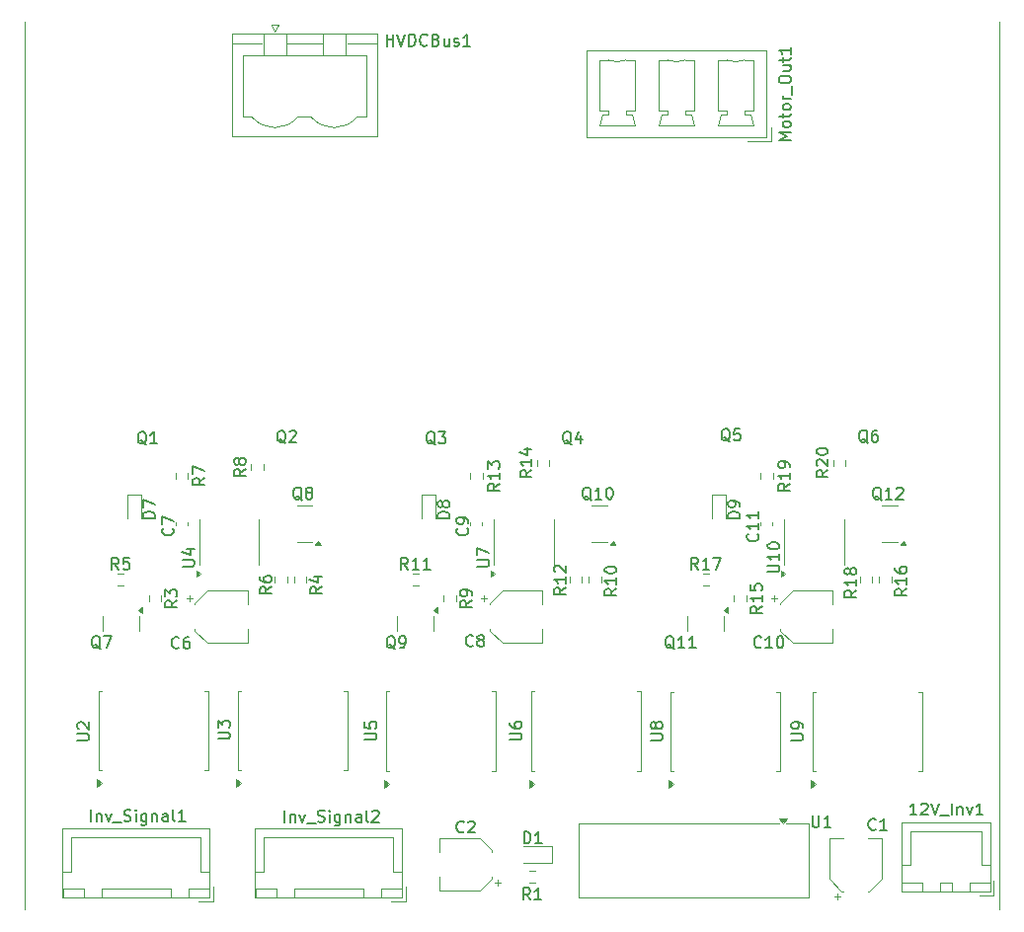
<source format=gbr>
%TF.GenerationSoftware,KiCad,Pcbnew,9.0.3*%
%TF.CreationDate,2025-08-30T18:14:31-03:00*%
%TF.ProjectId,PCB_Inversor,5043425f-496e-4766-9572-736f722e6b69,rev?*%
%TF.SameCoordinates,Original*%
%TF.FileFunction,Legend,Top*%
%TF.FilePolarity,Positive*%
%FSLAX46Y46*%
G04 Gerber Fmt 4.6, Leading zero omitted, Abs format (unit mm)*
G04 Created by KiCad (PCBNEW 9.0.3) date 2025-08-30 18:14:31*
%MOMM*%
%LPD*%
G01*
G04 APERTURE LIST*
%ADD10C,0.100000*%
%ADD11C,0.150000*%
%ADD12C,0.120000*%
G04 APERTURE END LIST*
D10*
X180307000Y-130365500D02*
X180307000Y-54292500D01*
X96807000Y-54292500D02*
X96807000Y-130365500D01*
D11*
X127821181Y-56334819D02*
X127821181Y-55334819D01*
X127821181Y-55811009D02*
X128392609Y-55811009D01*
X128392609Y-56334819D02*
X128392609Y-55334819D01*
X128725943Y-55334819D02*
X129059276Y-56334819D01*
X129059276Y-56334819D02*
X129392609Y-55334819D01*
X129725943Y-56334819D02*
X129725943Y-55334819D01*
X129725943Y-55334819D02*
X129964038Y-55334819D01*
X129964038Y-55334819D02*
X130106895Y-55382438D01*
X130106895Y-55382438D02*
X130202133Y-55477676D01*
X130202133Y-55477676D02*
X130249752Y-55572914D01*
X130249752Y-55572914D02*
X130297371Y-55763390D01*
X130297371Y-55763390D02*
X130297371Y-55906247D01*
X130297371Y-55906247D02*
X130249752Y-56096723D01*
X130249752Y-56096723D02*
X130202133Y-56191961D01*
X130202133Y-56191961D02*
X130106895Y-56287200D01*
X130106895Y-56287200D02*
X129964038Y-56334819D01*
X129964038Y-56334819D02*
X129725943Y-56334819D01*
X131297371Y-56239580D02*
X131249752Y-56287200D01*
X131249752Y-56287200D02*
X131106895Y-56334819D01*
X131106895Y-56334819D02*
X131011657Y-56334819D01*
X131011657Y-56334819D02*
X130868800Y-56287200D01*
X130868800Y-56287200D02*
X130773562Y-56191961D01*
X130773562Y-56191961D02*
X130725943Y-56096723D01*
X130725943Y-56096723D02*
X130678324Y-55906247D01*
X130678324Y-55906247D02*
X130678324Y-55763390D01*
X130678324Y-55763390D02*
X130725943Y-55572914D01*
X130725943Y-55572914D02*
X130773562Y-55477676D01*
X130773562Y-55477676D02*
X130868800Y-55382438D01*
X130868800Y-55382438D02*
X131011657Y-55334819D01*
X131011657Y-55334819D02*
X131106895Y-55334819D01*
X131106895Y-55334819D02*
X131249752Y-55382438D01*
X131249752Y-55382438D02*
X131297371Y-55430057D01*
X132059276Y-55811009D02*
X132202133Y-55858628D01*
X132202133Y-55858628D02*
X132249752Y-55906247D01*
X132249752Y-55906247D02*
X132297371Y-56001485D01*
X132297371Y-56001485D02*
X132297371Y-56144342D01*
X132297371Y-56144342D02*
X132249752Y-56239580D01*
X132249752Y-56239580D02*
X132202133Y-56287200D01*
X132202133Y-56287200D02*
X132106895Y-56334819D01*
X132106895Y-56334819D02*
X131725943Y-56334819D01*
X131725943Y-56334819D02*
X131725943Y-55334819D01*
X131725943Y-55334819D02*
X132059276Y-55334819D01*
X132059276Y-55334819D02*
X132154514Y-55382438D01*
X132154514Y-55382438D02*
X132202133Y-55430057D01*
X132202133Y-55430057D02*
X132249752Y-55525295D01*
X132249752Y-55525295D02*
X132249752Y-55620533D01*
X132249752Y-55620533D02*
X132202133Y-55715771D01*
X132202133Y-55715771D02*
X132154514Y-55763390D01*
X132154514Y-55763390D02*
X132059276Y-55811009D01*
X132059276Y-55811009D02*
X131725943Y-55811009D01*
X133154514Y-55668152D02*
X133154514Y-56334819D01*
X132725943Y-55668152D02*
X132725943Y-56191961D01*
X132725943Y-56191961D02*
X132773562Y-56287200D01*
X132773562Y-56287200D02*
X132868800Y-56334819D01*
X132868800Y-56334819D02*
X133011657Y-56334819D01*
X133011657Y-56334819D02*
X133106895Y-56287200D01*
X133106895Y-56287200D02*
X133154514Y-56239580D01*
X133583086Y-56287200D02*
X133678324Y-56334819D01*
X133678324Y-56334819D02*
X133868800Y-56334819D01*
X133868800Y-56334819D02*
X133964038Y-56287200D01*
X133964038Y-56287200D02*
X134011657Y-56191961D01*
X134011657Y-56191961D02*
X134011657Y-56144342D01*
X134011657Y-56144342D02*
X133964038Y-56049104D01*
X133964038Y-56049104D02*
X133868800Y-56001485D01*
X133868800Y-56001485D02*
X133725943Y-56001485D01*
X133725943Y-56001485D02*
X133630705Y-55953866D01*
X133630705Y-55953866D02*
X133583086Y-55858628D01*
X133583086Y-55858628D02*
X133583086Y-55811009D01*
X133583086Y-55811009D02*
X133630705Y-55715771D01*
X133630705Y-55715771D02*
X133725943Y-55668152D01*
X133725943Y-55668152D02*
X133868800Y-55668152D01*
X133868800Y-55668152D02*
X133964038Y-55715771D01*
X134964038Y-56334819D02*
X134392610Y-56334819D01*
X134678324Y-56334819D02*
X134678324Y-55334819D01*
X134678324Y-55334819D02*
X134583086Y-55477676D01*
X134583086Y-55477676D02*
X134487848Y-55572914D01*
X134487848Y-55572914D02*
X134392610Y-55620533D01*
X140248819Y-92717857D02*
X139772628Y-93051190D01*
X140248819Y-93289285D02*
X139248819Y-93289285D01*
X139248819Y-93289285D02*
X139248819Y-92908333D01*
X139248819Y-92908333D02*
X139296438Y-92813095D01*
X139296438Y-92813095D02*
X139344057Y-92765476D01*
X139344057Y-92765476D02*
X139439295Y-92717857D01*
X139439295Y-92717857D02*
X139582152Y-92717857D01*
X139582152Y-92717857D02*
X139677390Y-92765476D01*
X139677390Y-92765476D02*
X139725009Y-92813095D01*
X139725009Y-92813095D02*
X139772628Y-92908333D01*
X139772628Y-92908333D02*
X139772628Y-93289285D01*
X140248819Y-91765476D02*
X140248819Y-92336904D01*
X140248819Y-92051190D02*
X139248819Y-92051190D01*
X139248819Y-92051190D02*
X139391676Y-92146428D01*
X139391676Y-92146428D02*
X139486914Y-92241666D01*
X139486914Y-92241666D02*
X139534533Y-92336904D01*
X139582152Y-90908333D02*
X140248819Y-90908333D01*
X139201200Y-91146428D02*
X139915485Y-91384523D01*
X139915485Y-91384523D02*
X139915485Y-90765476D01*
X165648819Y-92717857D02*
X165172628Y-93051190D01*
X165648819Y-93289285D02*
X164648819Y-93289285D01*
X164648819Y-93289285D02*
X164648819Y-92908333D01*
X164648819Y-92908333D02*
X164696438Y-92813095D01*
X164696438Y-92813095D02*
X164744057Y-92765476D01*
X164744057Y-92765476D02*
X164839295Y-92717857D01*
X164839295Y-92717857D02*
X164982152Y-92717857D01*
X164982152Y-92717857D02*
X165077390Y-92765476D01*
X165077390Y-92765476D02*
X165125009Y-92813095D01*
X165125009Y-92813095D02*
X165172628Y-92908333D01*
X165172628Y-92908333D02*
X165172628Y-93289285D01*
X164744057Y-92336904D02*
X164696438Y-92289285D01*
X164696438Y-92289285D02*
X164648819Y-92194047D01*
X164648819Y-92194047D02*
X164648819Y-91955952D01*
X164648819Y-91955952D02*
X164696438Y-91860714D01*
X164696438Y-91860714D02*
X164744057Y-91813095D01*
X164744057Y-91813095D02*
X164839295Y-91765476D01*
X164839295Y-91765476D02*
X164934533Y-91765476D01*
X164934533Y-91765476D02*
X165077390Y-91813095D01*
X165077390Y-91813095D02*
X165648819Y-92384523D01*
X165648819Y-92384523D02*
X165648819Y-91765476D01*
X164648819Y-91146428D02*
X164648819Y-91051190D01*
X164648819Y-91051190D02*
X164696438Y-90955952D01*
X164696438Y-90955952D02*
X164744057Y-90908333D01*
X164744057Y-90908333D02*
X164839295Y-90860714D01*
X164839295Y-90860714D02*
X165029771Y-90813095D01*
X165029771Y-90813095D02*
X165267866Y-90813095D01*
X165267866Y-90813095D02*
X165458342Y-90860714D01*
X165458342Y-90860714D02*
X165553580Y-90908333D01*
X165553580Y-90908333D02*
X165601200Y-90955952D01*
X165601200Y-90955952D02*
X165648819Y-91051190D01*
X165648819Y-91051190D02*
X165648819Y-91146428D01*
X165648819Y-91146428D02*
X165601200Y-91241666D01*
X165601200Y-91241666D02*
X165553580Y-91289285D01*
X165553580Y-91289285D02*
X165458342Y-91336904D01*
X165458342Y-91336904D02*
X165267866Y-91384523D01*
X165267866Y-91384523D02*
X165029771Y-91384523D01*
X165029771Y-91384523D02*
X164839295Y-91336904D01*
X164839295Y-91336904D02*
X164744057Y-91289285D01*
X164744057Y-91289285D02*
X164696438Y-91241666D01*
X164696438Y-91241666D02*
X164648819Y-91146428D01*
X110007333Y-107910080D02*
X109959714Y-107957700D01*
X109959714Y-107957700D02*
X109816857Y-108005319D01*
X109816857Y-108005319D02*
X109721619Y-108005319D01*
X109721619Y-108005319D02*
X109578762Y-107957700D01*
X109578762Y-107957700D02*
X109483524Y-107862461D01*
X109483524Y-107862461D02*
X109435905Y-107767223D01*
X109435905Y-107767223D02*
X109388286Y-107576747D01*
X109388286Y-107576747D02*
X109388286Y-107433890D01*
X109388286Y-107433890D02*
X109435905Y-107243414D01*
X109435905Y-107243414D02*
X109483524Y-107148176D01*
X109483524Y-107148176D02*
X109578762Y-107052938D01*
X109578762Y-107052938D02*
X109721619Y-107005319D01*
X109721619Y-107005319D02*
X109816857Y-107005319D01*
X109816857Y-107005319D02*
X109959714Y-107052938D01*
X109959714Y-107052938D02*
X110007333Y-107100557D01*
X110864476Y-107005319D02*
X110674000Y-107005319D01*
X110674000Y-107005319D02*
X110578762Y-107052938D01*
X110578762Y-107052938D02*
X110531143Y-107100557D01*
X110531143Y-107100557D02*
X110435905Y-107243414D01*
X110435905Y-107243414D02*
X110388286Y-107433890D01*
X110388286Y-107433890D02*
X110388286Y-107814842D01*
X110388286Y-107814842D02*
X110435905Y-107910080D01*
X110435905Y-107910080D02*
X110483524Y-107957700D01*
X110483524Y-107957700D02*
X110578762Y-108005319D01*
X110578762Y-108005319D02*
X110769238Y-108005319D01*
X110769238Y-108005319D02*
X110864476Y-107957700D01*
X110864476Y-107957700D02*
X110912095Y-107910080D01*
X110912095Y-107910080D02*
X110959714Y-107814842D01*
X110959714Y-107814842D02*
X110959714Y-107576747D01*
X110959714Y-107576747D02*
X110912095Y-107481509D01*
X110912095Y-107481509D02*
X110864476Y-107433890D01*
X110864476Y-107433890D02*
X110769238Y-107386271D01*
X110769238Y-107386271D02*
X110578762Y-107386271D01*
X110578762Y-107386271D02*
X110483524Y-107433890D01*
X110483524Y-107433890D02*
X110435905Y-107481509D01*
X110435905Y-107481509D02*
X110388286Y-107576747D01*
X138392819Y-115840404D02*
X139202342Y-115840404D01*
X139202342Y-115840404D02*
X139297580Y-115792785D01*
X139297580Y-115792785D02*
X139345200Y-115745166D01*
X139345200Y-115745166D02*
X139392819Y-115649928D01*
X139392819Y-115649928D02*
X139392819Y-115459452D01*
X139392819Y-115459452D02*
X139345200Y-115364214D01*
X139345200Y-115364214D02*
X139297580Y-115316595D01*
X139297580Y-115316595D02*
X139202342Y-115268976D01*
X139202342Y-115268976D02*
X138392819Y-115268976D01*
X138392819Y-114364214D02*
X138392819Y-114554690D01*
X138392819Y-114554690D02*
X138440438Y-114649928D01*
X138440438Y-114649928D02*
X138488057Y-114697547D01*
X138488057Y-114697547D02*
X138630914Y-114792785D01*
X138630914Y-114792785D02*
X138821390Y-114840404D01*
X138821390Y-114840404D02*
X139202342Y-114840404D01*
X139202342Y-114840404D02*
X139297580Y-114792785D01*
X139297580Y-114792785D02*
X139345200Y-114745166D01*
X139345200Y-114745166D02*
X139392819Y-114649928D01*
X139392819Y-114649928D02*
X139392819Y-114459452D01*
X139392819Y-114459452D02*
X139345200Y-114364214D01*
X139345200Y-114364214D02*
X139297580Y-114316595D01*
X139297580Y-114316595D02*
X139202342Y-114268976D01*
X139202342Y-114268976D02*
X138964247Y-114268976D01*
X138964247Y-114268976D02*
X138869009Y-114316595D01*
X138869009Y-114316595D02*
X138821390Y-114364214D01*
X138821390Y-114364214D02*
X138773771Y-114459452D01*
X138773771Y-114459452D02*
X138773771Y-114649928D01*
X138773771Y-114649928D02*
X138821390Y-114745166D01*
X138821390Y-114745166D02*
X138869009Y-114792785D01*
X138869009Y-114792785D02*
X138964247Y-114840404D01*
X172412819Y-102877857D02*
X171936628Y-103211190D01*
X172412819Y-103449285D02*
X171412819Y-103449285D01*
X171412819Y-103449285D02*
X171412819Y-103068333D01*
X171412819Y-103068333D02*
X171460438Y-102973095D01*
X171460438Y-102973095D02*
X171508057Y-102925476D01*
X171508057Y-102925476D02*
X171603295Y-102877857D01*
X171603295Y-102877857D02*
X171746152Y-102877857D01*
X171746152Y-102877857D02*
X171841390Y-102925476D01*
X171841390Y-102925476D02*
X171889009Y-102973095D01*
X171889009Y-102973095D02*
X171936628Y-103068333D01*
X171936628Y-103068333D02*
X171936628Y-103449285D01*
X172412819Y-101925476D02*
X172412819Y-102496904D01*
X172412819Y-102211190D02*
X171412819Y-102211190D01*
X171412819Y-102211190D02*
X171555676Y-102306428D01*
X171555676Y-102306428D02*
X171650914Y-102401666D01*
X171650914Y-102401666D02*
X171698533Y-102496904D01*
X171412819Y-101068333D02*
X171412819Y-101258809D01*
X171412819Y-101258809D02*
X171460438Y-101354047D01*
X171460438Y-101354047D02*
X171508057Y-101401666D01*
X171508057Y-101401666D02*
X171650914Y-101496904D01*
X171650914Y-101496904D02*
X171841390Y-101544523D01*
X171841390Y-101544523D02*
X172222342Y-101544523D01*
X172222342Y-101544523D02*
X172317580Y-101496904D01*
X172317580Y-101496904D02*
X172365200Y-101449285D01*
X172365200Y-101449285D02*
X172412819Y-101354047D01*
X172412819Y-101354047D02*
X172412819Y-101163571D01*
X172412819Y-101163571D02*
X172365200Y-101068333D01*
X172365200Y-101068333D02*
X172317580Y-101020714D01*
X172317580Y-101020714D02*
X172222342Y-100973095D01*
X172222342Y-100973095D02*
X171984247Y-100973095D01*
X171984247Y-100973095D02*
X171889009Y-101020714D01*
X171889009Y-101020714D02*
X171841390Y-101068333D01*
X171841390Y-101068333D02*
X171793771Y-101163571D01*
X171793771Y-101163571D02*
X171793771Y-101354047D01*
X171793771Y-101354047D02*
X171841390Y-101449285D01*
X171841390Y-101449285D02*
X171889009Y-101496904D01*
X171889009Y-101496904D02*
X171984247Y-101544523D01*
X134725580Y-97702666D02*
X134773200Y-97750285D01*
X134773200Y-97750285D02*
X134820819Y-97893142D01*
X134820819Y-97893142D02*
X134820819Y-97988380D01*
X134820819Y-97988380D02*
X134773200Y-98131237D01*
X134773200Y-98131237D02*
X134677961Y-98226475D01*
X134677961Y-98226475D02*
X134582723Y-98274094D01*
X134582723Y-98274094D02*
X134392247Y-98321713D01*
X134392247Y-98321713D02*
X134249390Y-98321713D01*
X134249390Y-98321713D02*
X134058914Y-98274094D01*
X134058914Y-98274094D02*
X133963676Y-98226475D01*
X133963676Y-98226475D02*
X133868438Y-98131237D01*
X133868438Y-98131237D02*
X133820819Y-97988380D01*
X133820819Y-97988380D02*
X133820819Y-97893142D01*
X133820819Y-97893142D02*
X133868438Y-97750285D01*
X133868438Y-97750285D02*
X133916057Y-97702666D01*
X134820819Y-97226475D02*
X134820819Y-97035999D01*
X134820819Y-97035999D02*
X134773200Y-96940761D01*
X134773200Y-96940761D02*
X134725580Y-96893142D01*
X134725580Y-96893142D02*
X134582723Y-96797904D01*
X134582723Y-96797904D02*
X134392247Y-96750285D01*
X134392247Y-96750285D02*
X134011295Y-96750285D01*
X134011295Y-96750285D02*
X133916057Y-96797904D01*
X133916057Y-96797904D02*
X133868438Y-96845523D01*
X133868438Y-96845523D02*
X133820819Y-96940761D01*
X133820819Y-96940761D02*
X133820819Y-97131237D01*
X133820819Y-97131237D02*
X133868438Y-97226475D01*
X133868438Y-97226475D02*
X133916057Y-97274094D01*
X133916057Y-97274094D02*
X134011295Y-97321713D01*
X134011295Y-97321713D02*
X134249390Y-97321713D01*
X134249390Y-97321713D02*
X134344628Y-97274094D01*
X134344628Y-97274094D02*
X134392247Y-97226475D01*
X134392247Y-97226475D02*
X134439866Y-97131237D01*
X134439866Y-97131237D02*
X134439866Y-96940761D01*
X134439866Y-96940761D02*
X134392247Y-96845523D01*
X134392247Y-96845523D02*
X134344628Y-96797904D01*
X134344628Y-96797904D02*
X134249390Y-96750285D01*
X139582905Y-124724319D02*
X139582905Y-123724319D01*
X139582905Y-123724319D02*
X139821000Y-123724319D01*
X139821000Y-123724319D02*
X139963857Y-123771938D01*
X139963857Y-123771938D02*
X140059095Y-123867176D01*
X140059095Y-123867176D02*
X140106714Y-123962414D01*
X140106714Y-123962414D02*
X140154333Y-124152890D01*
X140154333Y-124152890D02*
X140154333Y-124295747D01*
X140154333Y-124295747D02*
X140106714Y-124486223D01*
X140106714Y-124486223D02*
X140059095Y-124581461D01*
X140059095Y-124581461D02*
X139963857Y-124676700D01*
X139963857Y-124676700D02*
X139821000Y-124724319D01*
X139821000Y-124724319D02*
X139582905Y-124724319D01*
X141106714Y-124724319D02*
X140535286Y-124724319D01*
X140821000Y-124724319D02*
X140821000Y-123724319D01*
X140821000Y-123724319D02*
X140725762Y-123867176D01*
X140725762Y-123867176D02*
X140630524Y-123962414D01*
X140630524Y-123962414D02*
X140535286Y-124010033D01*
X162379819Y-93860857D02*
X161903628Y-94194190D01*
X162379819Y-94432285D02*
X161379819Y-94432285D01*
X161379819Y-94432285D02*
X161379819Y-94051333D01*
X161379819Y-94051333D02*
X161427438Y-93956095D01*
X161427438Y-93956095D02*
X161475057Y-93908476D01*
X161475057Y-93908476D02*
X161570295Y-93860857D01*
X161570295Y-93860857D02*
X161713152Y-93860857D01*
X161713152Y-93860857D02*
X161808390Y-93908476D01*
X161808390Y-93908476D02*
X161856009Y-93956095D01*
X161856009Y-93956095D02*
X161903628Y-94051333D01*
X161903628Y-94051333D02*
X161903628Y-94432285D01*
X162379819Y-92908476D02*
X162379819Y-93479904D01*
X162379819Y-93194190D02*
X161379819Y-93194190D01*
X161379819Y-93194190D02*
X161522676Y-93289428D01*
X161522676Y-93289428D02*
X161617914Y-93384666D01*
X161617914Y-93384666D02*
X161665533Y-93479904D01*
X162379819Y-92432285D02*
X162379819Y-92241809D01*
X162379819Y-92241809D02*
X162332200Y-92146571D01*
X162332200Y-92146571D02*
X162284580Y-92098952D01*
X162284580Y-92098952D02*
X162141723Y-92003714D01*
X162141723Y-92003714D02*
X161951247Y-91956095D01*
X161951247Y-91956095D02*
X161570295Y-91956095D01*
X161570295Y-91956095D02*
X161475057Y-92003714D01*
X161475057Y-92003714D02*
X161427438Y-92051333D01*
X161427438Y-92051333D02*
X161379819Y-92146571D01*
X161379819Y-92146571D02*
X161379819Y-92337047D01*
X161379819Y-92337047D02*
X161427438Y-92432285D01*
X161427438Y-92432285D02*
X161475057Y-92479904D01*
X161475057Y-92479904D02*
X161570295Y-92527523D01*
X161570295Y-92527523D02*
X161808390Y-92527523D01*
X161808390Y-92527523D02*
X161903628Y-92479904D01*
X161903628Y-92479904D02*
X161951247Y-92432285D01*
X161951247Y-92432285D02*
X161998866Y-92337047D01*
X161998866Y-92337047D02*
X161998866Y-92146571D01*
X161998866Y-92146571D02*
X161951247Y-92051333D01*
X161951247Y-92051333D02*
X161903628Y-92003714D01*
X161903628Y-92003714D02*
X161808390Y-91956095D01*
X101308819Y-115887404D02*
X102118342Y-115887404D01*
X102118342Y-115887404D02*
X102213580Y-115839785D01*
X102213580Y-115839785D02*
X102261200Y-115792166D01*
X102261200Y-115792166D02*
X102308819Y-115696928D01*
X102308819Y-115696928D02*
X102308819Y-115506452D01*
X102308819Y-115506452D02*
X102261200Y-115411214D01*
X102261200Y-115411214D02*
X102213580Y-115363595D01*
X102213580Y-115363595D02*
X102118342Y-115315976D01*
X102118342Y-115315976D02*
X101308819Y-115315976D01*
X101404057Y-114887404D02*
X101356438Y-114839785D01*
X101356438Y-114839785D02*
X101308819Y-114744547D01*
X101308819Y-114744547D02*
X101308819Y-114506452D01*
X101308819Y-114506452D02*
X101356438Y-114411214D01*
X101356438Y-114411214D02*
X101404057Y-114363595D01*
X101404057Y-114363595D02*
X101499295Y-114315976D01*
X101499295Y-114315976D02*
X101594533Y-114315976D01*
X101594533Y-114315976D02*
X101737390Y-114363595D01*
X101737390Y-114363595D02*
X102308819Y-114935023D01*
X102308819Y-114935023D02*
X102308819Y-114315976D01*
X113373819Y-115760404D02*
X114183342Y-115760404D01*
X114183342Y-115760404D02*
X114278580Y-115712785D01*
X114278580Y-115712785D02*
X114326200Y-115665166D01*
X114326200Y-115665166D02*
X114373819Y-115569928D01*
X114373819Y-115569928D02*
X114373819Y-115379452D01*
X114373819Y-115379452D02*
X114326200Y-115284214D01*
X114326200Y-115284214D02*
X114278580Y-115236595D01*
X114278580Y-115236595D02*
X114183342Y-115188976D01*
X114183342Y-115188976D02*
X113373819Y-115188976D01*
X113373819Y-114808023D02*
X113373819Y-114188976D01*
X113373819Y-114188976D02*
X113754771Y-114522309D01*
X113754771Y-114522309D02*
X113754771Y-114379452D01*
X113754771Y-114379452D02*
X113802390Y-114284214D01*
X113802390Y-114284214D02*
X113850009Y-114236595D01*
X113850009Y-114236595D02*
X113945247Y-114188976D01*
X113945247Y-114188976D02*
X114183342Y-114188976D01*
X114183342Y-114188976D02*
X114278580Y-114236595D01*
X114278580Y-114236595D02*
X114326200Y-114284214D01*
X114326200Y-114284214D02*
X114373819Y-114379452D01*
X114373819Y-114379452D02*
X114373819Y-114665166D01*
X114373819Y-114665166D02*
X114326200Y-114760404D01*
X114326200Y-114760404D02*
X114278580Y-114808023D01*
X168094819Y-103004857D02*
X167618628Y-103338190D01*
X168094819Y-103576285D02*
X167094819Y-103576285D01*
X167094819Y-103576285D02*
X167094819Y-103195333D01*
X167094819Y-103195333D02*
X167142438Y-103100095D01*
X167142438Y-103100095D02*
X167190057Y-103052476D01*
X167190057Y-103052476D02*
X167285295Y-103004857D01*
X167285295Y-103004857D02*
X167428152Y-103004857D01*
X167428152Y-103004857D02*
X167523390Y-103052476D01*
X167523390Y-103052476D02*
X167571009Y-103100095D01*
X167571009Y-103100095D02*
X167618628Y-103195333D01*
X167618628Y-103195333D02*
X167618628Y-103576285D01*
X168094819Y-102052476D02*
X168094819Y-102623904D01*
X168094819Y-102338190D02*
X167094819Y-102338190D01*
X167094819Y-102338190D02*
X167237676Y-102433428D01*
X167237676Y-102433428D02*
X167332914Y-102528666D01*
X167332914Y-102528666D02*
X167380533Y-102623904D01*
X167523390Y-101481047D02*
X167475771Y-101576285D01*
X167475771Y-101576285D02*
X167428152Y-101623904D01*
X167428152Y-101623904D02*
X167332914Y-101671523D01*
X167332914Y-101671523D02*
X167285295Y-101671523D01*
X167285295Y-101671523D02*
X167190057Y-101623904D01*
X167190057Y-101623904D02*
X167142438Y-101576285D01*
X167142438Y-101576285D02*
X167094819Y-101481047D01*
X167094819Y-101481047D02*
X167094819Y-101290571D01*
X167094819Y-101290571D02*
X167142438Y-101195333D01*
X167142438Y-101195333D02*
X167190057Y-101147714D01*
X167190057Y-101147714D02*
X167285295Y-101100095D01*
X167285295Y-101100095D02*
X167332914Y-101100095D01*
X167332914Y-101100095D02*
X167428152Y-101147714D01*
X167428152Y-101147714D02*
X167475771Y-101195333D01*
X167475771Y-101195333D02*
X167523390Y-101290571D01*
X167523390Y-101290571D02*
X167523390Y-101481047D01*
X167523390Y-101481047D02*
X167571009Y-101576285D01*
X167571009Y-101576285D02*
X167618628Y-101623904D01*
X167618628Y-101623904D02*
X167713866Y-101671523D01*
X167713866Y-101671523D02*
X167904342Y-101671523D01*
X167904342Y-101671523D02*
X167999580Y-101623904D01*
X167999580Y-101623904D02*
X168047200Y-101576285D01*
X168047200Y-101576285D02*
X168094819Y-101481047D01*
X168094819Y-101481047D02*
X168094819Y-101290571D01*
X168094819Y-101290571D02*
X168047200Y-101195333D01*
X168047200Y-101195333D02*
X167999580Y-101147714D01*
X167999580Y-101147714D02*
X167904342Y-101100095D01*
X167904342Y-101100095D02*
X167713866Y-101100095D01*
X167713866Y-101100095D02*
X167618628Y-101147714D01*
X167618628Y-101147714D02*
X167571009Y-101195333D01*
X167571009Y-101195333D02*
X167523390Y-101290571D01*
X160490819Y-101441094D02*
X161300342Y-101441094D01*
X161300342Y-101441094D02*
X161395580Y-101393475D01*
X161395580Y-101393475D02*
X161443200Y-101345856D01*
X161443200Y-101345856D02*
X161490819Y-101250618D01*
X161490819Y-101250618D02*
X161490819Y-101060142D01*
X161490819Y-101060142D02*
X161443200Y-100964904D01*
X161443200Y-100964904D02*
X161395580Y-100917285D01*
X161395580Y-100917285D02*
X161300342Y-100869666D01*
X161300342Y-100869666D02*
X160490819Y-100869666D01*
X161490819Y-99869666D02*
X161490819Y-100441094D01*
X161490819Y-100155380D02*
X160490819Y-100155380D01*
X160490819Y-100155380D02*
X160633676Y-100250618D01*
X160633676Y-100250618D02*
X160728914Y-100345856D01*
X160728914Y-100345856D02*
X160776533Y-100441094D01*
X160490819Y-99250618D02*
X160490819Y-99155380D01*
X160490819Y-99155380D02*
X160538438Y-99060142D01*
X160538438Y-99060142D02*
X160586057Y-99012523D01*
X160586057Y-99012523D02*
X160681295Y-98964904D01*
X160681295Y-98964904D02*
X160871771Y-98917285D01*
X160871771Y-98917285D02*
X161109866Y-98917285D01*
X161109866Y-98917285D02*
X161300342Y-98964904D01*
X161300342Y-98964904D02*
X161395580Y-99012523D01*
X161395580Y-99012523D02*
X161443200Y-99060142D01*
X161443200Y-99060142D02*
X161490819Y-99155380D01*
X161490819Y-99155380D02*
X161490819Y-99250618D01*
X161490819Y-99250618D02*
X161443200Y-99345856D01*
X161443200Y-99345856D02*
X161395580Y-99393475D01*
X161395580Y-99393475D02*
X161300342Y-99441094D01*
X161300342Y-99441094D02*
X161109866Y-99488713D01*
X161109866Y-99488713D02*
X160871771Y-99488713D01*
X160871771Y-99488713D02*
X160681295Y-99441094D01*
X160681295Y-99441094D02*
X160586057Y-99393475D01*
X160586057Y-99393475D02*
X160538438Y-99345856D01*
X160538438Y-99345856D02*
X160490819Y-99250618D01*
X150457819Y-115887404D02*
X151267342Y-115887404D01*
X151267342Y-115887404D02*
X151362580Y-115839785D01*
X151362580Y-115839785D02*
X151410200Y-115792166D01*
X151410200Y-115792166D02*
X151457819Y-115696928D01*
X151457819Y-115696928D02*
X151457819Y-115506452D01*
X151457819Y-115506452D02*
X151410200Y-115411214D01*
X151410200Y-115411214D02*
X151362580Y-115363595D01*
X151362580Y-115363595D02*
X151267342Y-115315976D01*
X151267342Y-115315976D02*
X150457819Y-115315976D01*
X150886390Y-114696928D02*
X150838771Y-114792166D01*
X150838771Y-114792166D02*
X150791152Y-114839785D01*
X150791152Y-114839785D02*
X150695914Y-114887404D01*
X150695914Y-114887404D02*
X150648295Y-114887404D01*
X150648295Y-114887404D02*
X150553057Y-114839785D01*
X150553057Y-114839785D02*
X150505438Y-114792166D01*
X150505438Y-114792166D02*
X150457819Y-114696928D01*
X150457819Y-114696928D02*
X150457819Y-114506452D01*
X150457819Y-114506452D02*
X150505438Y-114411214D01*
X150505438Y-114411214D02*
X150553057Y-114363595D01*
X150553057Y-114363595D02*
X150648295Y-114315976D01*
X150648295Y-114315976D02*
X150695914Y-114315976D01*
X150695914Y-114315976D02*
X150791152Y-114363595D01*
X150791152Y-114363595D02*
X150838771Y-114411214D01*
X150838771Y-114411214D02*
X150886390Y-114506452D01*
X150886390Y-114506452D02*
X150886390Y-114696928D01*
X150886390Y-114696928D02*
X150934009Y-114792166D01*
X150934009Y-114792166D02*
X150981628Y-114839785D01*
X150981628Y-114839785D02*
X151076866Y-114887404D01*
X151076866Y-114887404D02*
X151267342Y-114887404D01*
X151267342Y-114887404D02*
X151362580Y-114839785D01*
X151362580Y-114839785D02*
X151410200Y-114792166D01*
X151410200Y-114792166D02*
X151457819Y-114696928D01*
X151457819Y-114696928D02*
X151457819Y-114506452D01*
X151457819Y-114506452D02*
X151410200Y-114411214D01*
X151410200Y-114411214D02*
X151362580Y-114363595D01*
X151362580Y-114363595D02*
X151267342Y-114315976D01*
X151267342Y-114315976D02*
X151076866Y-114315976D01*
X151076866Y-114315976D02*
X150981628Y-114363595D01*
X150981628Y-114363595D02*
X150934009Y-114411214D01*
X150934009Y-114411214D02*
X150886390Y-114506452D01*
X103282761Y-108055557D02*
X103187523Y-108007938D01*
X103187523Y-108007938D02*
X103092285Y-107912700D01*
X103092285Y-107912700D02*
X102949428Y-107769842D01*
X102949428Y-107769842D02*
X102854190Y-107722223D01*
X102854190Y-107722223D02*
X102758952Y-107722223D01*
X102806571Y-107960319D02*
X102711333Y-107912700D01*
X102711333Y-107912700D02*
X102616095Y-107817461D01*
X102616095Y-107817461D02*
X102568476Y-107626985D01*
X102568476Y-107626985D02*
X102568476Y-107293652D01*
X102568476Y-107293652D02*
X102616095Y-107103176D01*
X102616095Y-107103176D02*
X102711333Y-107007938D01*
X102711333Y-107007938D02*
X102806571Y-106960319D01*
X102806571Y-106960319D02*
X102997047Y-106960319D01*
X102997047Y-106960319D02*
X103092285Y-107007938D01*
X103092285Y-107007938D02*
X103187523Y-107103176D01*
X103187523Y-107103176D02*
X103235142Y-107293652D01*
X103235142Y-107293652D02*
X103235142Y-107626985D01*
X103235142Y-107626985D02*
X103187523Y-107817461D01*
X103187523Y-107817461D02*
X103092285Y-107912700D01*
X103092285Y-107912700D02*
X102997047Y-107960319D01*
X102997047Y-107960319D02*
X102806571Y-107960319D01*
X103568476Y-106960319D02*
X104235142Y-106960319D01*
X104235142Y-106960319D02*
X103806571Y-107960319D01*
X109452580Y-97702666D02*
X109500200Y-97750285D01*
X109500200Y-97750285D02*
X109547819Y-97893142D01*
X109547819Y-97893142D02*
X109547819Y-97988380D01*
X109547819Y-97988380D02*
X109500200Y-98131237D01*
X109500200Y-98131237D02*
X109404961Y-98226475D01*
X109404961Y-98226475D02*
X109309723Y-98274094D01*
X109309723Y-98274094D02*
X109119247Y-98321713D01*
X109119247Y-98321713D02*
X108976390Y-98321713D01*
X108976390Y-98321713D02*
X108785914Y-98274094D01*
X108785914Y-98274094D02*
X108690676Y-98226475D01*
X108690676Y-98226475D02*
X108595438Y-98131237D01*
X108595438Y-98131237D02*
X108547819Y-97988380D01*
X108547819Y-97988380D02*
X108547819Y-97893142D01*
X108547819Y-97893142D02*
X108595438Y-97750285D01*
X108595438Y-97750285D02*
X108643057Y-97702666D01*
X108547819Y-97369332D02*
X108547819Y-96702666D01*
X108547819Y-96702666D02*
X109547819Y-97131237D01*
X115737819Y-92622666D02*
X115261628Y-92955999D01*
X115737819Y-93194094D02*
X114737819Y-93194094D01*
X114737819Y-93194094D02*
X114737819Y-92813142D01*
X114737819Y-92813142D02*
X114785438Y-92717904D01*
X114785438Y-92717904D02*
X114833057Y-92670285D01*
X114833057Y-92670285D02*
X114928295Y-92622666D01*
X114928295Y-92622666D02*
X115071152Y-92622666D01*
X115071152Y-92622666D02*
X115166390Y-92670285D01*
X115166390Y-92670285D02*
X115214009Y-92717904D01*
X115214009Y-92717904D02*
X115261628Y-92813142D01*
X115261628Y-92813142D02*
X115261628Y-93194094D01*
X115166390Y-92051237D02*
X115118771Y-92146475D01*
X115118771Y-92146475D02*
X115071152Y-92194094D01*
X115071152Y-92194094D02*
X114975914Y-92241713D01*
X114975914Y-92241713D02*
X114928295Y-92241713D01*
X114928295Y-92241713D02*
X114833057Y-92194094D01*
X114833057Y-92194094D02*
X114785438Y-92146475D01*
X114785438Y-92146475D02*
X114737819Y-92051237D01*
X114737819Y-92051237D02*
X114737819Y-91860761D01*
X114737819Y-91860761D02*
X114785438Y-91765523D01*
X114785438Y-91765523D02*
X114833057Y-91717904D01*
X114833057Y-91717904D02*
X114928295Y-91670285D01*
X114928295Y-91670285D02*
X114975914Y-91670285D01*
X114975914Y-91670285D02*
X115071152Y-91717904D01*
X115071152Y-91717904D02*
X115118771Y-91765523D01*
X115118771Y-91765523D02*
X115166390Y-91860761D01*
X115166390Y-91860761D02*
X115166390Y-92051237D01*
X115166390Y-92051237D02*
X115214009Y-92146475D01*
X115214009Y-92146475D02*
X115261628Y-92194094D01*
X115261628Y-92194094D02*
X115356866Y-92241713D01*
X115356866Y-92241713D02*
X115547342Y-92241713D01*
X115547342Y-92241713D02*
X115642580Y-92194094D01*
X115642580Y-92194094D02*
X115690200Y-92146475D01*
X115690200Y-92146475D02*
X115737819Y-92051237D01*
X115737819Y-92051237D02*
X115737819Y-91860761D01*
X115737819Y-91860761D02*
X115690200Y-91765523D01*
X115690200Y-91765523D02*
X115642580Y-91717904D01*
X115642580Y-91717904D02*
X115547342Y-91670285D01*
X115547342Y-91670285D02*
X115356866Y-91670285D01*
X115356866Y-91670285D02*
X115261628Y-91717904D01*
X115261628Y-91717904D02*
X115214009Y-91765523D01*
X115214009Y-91765523D02*
X115166390Y-91860761D01*
X159999819Y-104378357D02*
X159523628Y-104711690D01*
X159999819Y-104949785D02*
X158999819Y-104949785D01*
X158999819Y-104949785D02*
X158999819Y-104568833D01*
X158999819Y-104568833D02*
X159047438Y-104473595D01*
X159047438Y-104473595D02*
X159095057Y-104425976D01*
X159095057Y-104425976D02*
X159190295Y-104378357D01*
X159190295Y-104378357D02*
X159333152Y-104378357D01*
X159333152Y-104378357D02*
X159428390Y-104425976D01*
X159428390Y-104425976D02*
X159476009Y-104473595D01*
X159476009Y-104473595D02*
X159523628Y-104568833D01*
X159523628Y-104568833D02*
X159523628Y-104949785D01*
X159999819Y-103425976D02*
X159999819Y-103997404D01*
X159999819Y-103711690D02*
X158999819Y-103711690D01*
X158999819Y-103711690D02*
X159142676Y-103806928D01*
X159142676Y-103806928D02*
X159237914Y-103902166D01*
X159237914Y-103902166D02*
X159285533Y-103997404D01*
X158999819Y-102521214D02*
X158999819Y-102997404D01*
X158999819Y-102997404D02*
X159476009Y-103045023D01*
X159476009Y-103045023D02*
X159428390Y-102997404D01*
X159428390Y-102997404D02*
X159380771Y-102902166D01*
X159380771Y-102902166D02*
X159380771Y-102664071D01*
X159380771Y-102664071D02*
X159428390Y-102568833D01*
X159428390Y-102568833D02*
X159476009Y-102521214D01*
X159476009Y-102521214D02*
X159571247Y-102473595D01*
X159571247Y-102473595D02*
X159809342Y-102473595D01*
X159809342Y-102473595D02*
X159904580Y-102521214D01*
X159904580Y-102521214D02*
X159952200Y-102568833D01*
X159952200Y-102568833D02*
X159999819Y-102664071D01*
X159999819Y-102664071D02*
X159999819Y-102902166D01*
X159999819Y-102902166D02*
X159952200Y-102997404D01*
X159952200Y-102997404D02*
X159904580Y-103045023D01*
X143188819Y-102774357D02*
X142712628Y-103107690D01*
X143188819Y-103345785D02*
X142188819Y-103345785D01*
X142188819Y-103345785D02*
X142188819Y-102964833D01*
X142188819Y-102964833D02*
X142236438Y-102869595D01*
X142236438Y-102869595D02*
X142284057Y-102821976D01*
X142284057Y-102821976D02*
X142379295Y-102774357D01*
X142379295Y-102774357D02*
X142522152Y-102774357D01*
X142522152Y-102774357D02*
X142617390Y-102821976D01*
X142617390Y-102821976D02*
X142665009Y-102869595D01*
X142665009Y-102869595D02*
X142712628Y-102964833D01*
X142712628Y-102964833D02*
X142712628Y-103345785D01*
X143188819Y-101821976D02*
X143188819Y-102393404D01*
X143188819Y-102107690D02*
X142188819Y-102107690D01*
X142188819Y-102107690D02*
X142331676Y-102202928D01*
X142331676Y-102202928D02*
X142426914Y-102298166D01*
X142426914Y-102298166D02*
X142474533Y-102393404D01*
X142284057Y-101441023D02*
X142236438Y-101393404D01*
X142236438Y-101393404D02*
X142188819Y-101298166D01*
X142188819Y-101298166D02*
X142188819Y-101060071D01*
X142188819Y-101060071D02*
X142236438Y-100964833D01*
X142236438Y-100964833D02*
X142284057Y-100917214D01*
X142284057Y-100917214D02*
X142379295Y-100869595D01*
X142379295Y-100869595D02*
X142474533Y-100869595D01*
X142474533Y-100869595D02*
X142617390Y-100917214D01*
X142617390Y-100917214D02*
X143188819Y-101488642D01*
X143188819Y-101488642D02*
X143188819Y-100869595D01*
X159931142Y-107860080D02*
X159883523Y-107907700D01*
X159883523Y-107907700D02*
X159740666Y-107955319D01*
X159740666Y-107955319D02*
X159645428Y-107955319D01*
X159645428Y-107955319D02*
X159502571Y-107907700D01*
X159502571Y-107907700D02*
X159407333Y-107812461D01*
X159407333Y-107812461D02*
X159359714Y-107717223D01*
X159359714Y-107717223D02*
X159312095Y-107526747D01*
X159312095Y-107526747D02*
X159312095Y-107383890D01*
X159312095Y-107383890D02*
X159359714Y-107193414D01*
X159359714Y-107193414D02*
X159407333Y-107098176D01*
X159407333Y-107098176D02*
X159502571Y-107002938D01*
X159502571Y-107002938D02*
X159645428Y-106955319D01*
X159645428Y-106955319D02*
X159740666Y-106955319D01*
X159740666Y-106955319D02*
X159883523Y-107002938D01*
X159883523Y-107002938D02*
X159931142Y-107050557D01*
X160883523Y-107955319D02*
X160312095Y-107955319D01*
X160597809Y-107955319D02*
X160597809Y-106955319D01*
X160597809Y-106955319D02*
X160502571Y-107098176D01*
X160502571Y-107098176D02*
X160407333Y-107193414D01*
X160407333Y-107193414D02*
X160312095Y-107241033D01*
X161502571Y-106955319D02*
X161597809Y-106955319D01*
X161597809Y-106955319D02*
X161693047Y-107002938D01*
X161693047Y-107002938D02*
X161740666Y-107050557D01*
X161740666Y-107050557D02*
X161788285Y-107145795D01*
X161788285Y-107145795D02*
X161835904Y-107336271D01*
X161835904Y-107336271D02*
X161835904Y-107574366D01*
X161835904Y-107574366D02*
X161788285Y-107764842D01*
X161788285Y-107764842D02*
X161740666Y-107860080D01*
X161740666Y-107860080D02*
X161693047Y-107907700D01*
X161693047Y-107907700D02*
X161597809Y-107955319D01*
X161597809Y-107955319D02*
X161502571Y-107955319D01*
X161502571Y-107955319D02*
X161407333Y-107907700D01*
X161407333Y-107907700D02*
X161359714Y-107860080D01*
X161359714Y-107860080D02*
X161312095Y-107764842D01*
X161312095Y-107764842D02*
X161264476Y-107574366D01*
X161264476Y-107574366D02*
X161264476Y-107336271D01*
X161264476Y-107336271D02*
X161312095Y-107145795D01*
X161312095Y-107145795D02*
X161359714Y-107050557D01*
X161359714Y-107050557D02*
X161407333Y-107002938D01*
X161407333Y-107002938D02*
X161502571Y-106955319D01*
X162522819Y-115887404D02*
X163332342Y-115887404D01*
X163332342Y-115887404D02*
X163427580Y-115839785D01*
X163427580Y-115839785D02*
X163475200Y-115792166D01*
X163475200Y-115792166D02*
X163522819Y-115696928D01*
X163522819Y-115696928D02*
X163522819Y-115506452D01*
X163522819Y-115506452D02*
X163475200Y-115411214D01*
X163475200Y-115411214D02*
X163427580Y-115363595D01*
X163427580Y-115363595D02*
X163332342Y-115315976D01*
X163332342Y-115315976D02*
X162522819Y-115315976D01*
X163522819Y-114792166D02*
X163522819Y-114601690D01*
X163522819Y-114601690D02*
X163475200Y-114506452D01*
X163475200Y-114506452D02*
X163427580Y-114458833D01*
X163427580Y-114458833D02*
X163284723Y-114363595D01*
X163284723Y-114363595D02*
X163094247Y-114315976D01*
X163094247Y-114315976D02*
X162713295Y-114315976D01*
X162713295Y-114315976D02*
X162618057Y-114363595D01*
X162618057Y-114363595D02*
X162570438Y-114411214D01*
X162570438Y-114411214D02*
X162522819Y-114506452D01*
X162522819Y-114506452D02*
X162522819Y-114696928D01*
X162522819Y-114696928D02*
X162570438Y-114792166D01*
X162570438Y-114792166D02*
X162618057Y-114839785D01*
X162618057Y-114839785D02*
X162713295Y-114887404D01*
X162713295Y-114887404D02*
X162951390Y-114887404D01*
X162951390Y-114887404D02*
X163046628Y-114839785D01*
X163046628Y-114839785D02*
X163094247Y-114792166D01*
X163094247Y-114792166D02*
X163141866Y-114696928D01*
X163141866Y-114696928D02*
X163141866Y-114506452D01*
X163141866Y-114506452D02*
X163094247Y-114411214D01*
X163094247Y-114411214D02*
X163046628Y-114363595D01*
X163046628Y-114363595D02*
X162951390Y-114315976D01*
X117929819Y-102719166D02*
X117453628Y-103052499D01*
X117929819Y-103290594D02*
X116929819Y-103290594D01*
X116929819Y-103290594D02*
X116929819Y-102909642D01*
X116929819Y-102909642D02*
X116977438Y-102814404D01*
X116977438Y-102814404D02*
X117025057Y-102766785D01*
X117025057Y-102766785D02*
X117120295Y-102719166D01*
X117120295Y-102719166D02*
X117263152Y-102719166D01*
X117263152Y-102719166D02*
X117358390Y-102766785D01*
X117358390Y-102766785D02*
X117406009Y-102814404D01*
X117406009Y-102814404D02*
X117453628Y-102909642D01*
X117453628Y-102909642D02*
X117453628Y-103290594D01*
X116929819Y-101862023D02*
X116929819Y-102052499D01*
X116929819Y-102052499D02*
X116977438Y-102147737D01*
X116977438Y-102147737D02*
X117025057Y-102195356D01*
X117025057Y-102195356D02*
X117167914Y-102290594D01*
X117167914Y-102290594D02*
X117358390Y-102338213D01*
X117358390Y-102338213D02*
X117739342Y-102338213D01*
X117739342Y-102338213D02*
X117834580Y-102290594D01*
X117834580Y-102290594D02*
X117882200Y-102242975D01*
X117882200Y-102242975D02*
X117929819Y-102147737D01*
X117929819Y-102147737D02*
X117929819Y-101957261D01*
X117929819Y-101957261D02*
X117882200Y-101862023D01*
X117882200Y-101862023D02*
X117834580Y-101814404D01*
X117834580Y-101814404D02*
X117739342Y-101766785D01*
X117739342Y-101766785D02*
X117501247Y-101766785D01*
X117501247Y-101766785D02*
X117406009Y-101814404D01*
X117406009Y-101814404D02*
X117358390Y-101862023D01*
X117358390Y-101862023D02*
X117310771Y-101957261D01*
X117310771Y-101957261D02*
X117310771Y-102147737D01*
X117310771Y-102147737D02*
X117358390Y-102242975D01*
X117358390Y-102242975D02*
X117406009Y-102290594D01*
X117406009Y-102290594D02*
X117501247Y-102338213D01*
X173271180Y-122273219D02*
X172699752Y-122273219D01*
X172985466Y-122273219D02*
X172985466Y-121273219D01*
X172985466Y-121273219D02*
X172890228Y-121416076D01*
X172890228Y-121416076D02*
X172794990Y-121511314D01*
X172794990Y-121511314D02*
X172699752Y-121558933D01*
X173652133Y-121368457D02*
X173699752Y-121320838D01*
X173699752Y-121320838D02*
X173794990Y-121273219D01*
X173794990Y-121273219D02*
X174033085Y-121273219D01*
X174033085Y-121273219D02*
X174128323Y-121320838D01*
X174128323Y-121320838D02*
X174175942Y-121368457D01*
X174175942Y-121368457D02*
X174223561Y-121463695D01*
X174223561Y-121463695D02*
X174223561Y-121558933D01*
X174223561Y-121558933D02*
X174175942Y-121701790D01*
X174175942Y-121701790D02*
X173604514Y-122273219D01*
X173604514Y-122273219D02*
X174223561Y-122273219D01*
X174509276Y-121273219D02*
X174842609Y-122273219D01*
X174842609Y-122273219D02*
X175175942Y-121273219D01*
X175271181Y-122368457D02*
X176033085Y-122368457D01*
X176271181Y-122273219D02*
X176271181Y-121273219D01*
X176747371Y-121606552D02*
X176747371Y-122273219D01*
X176747371Y-121701790D02*
X176794990Y-121654171D01*
X176794990Y-121654171D02*
X176890228Y-121606552D01*
X176890228Y-121606552D02*
X177033085Y-121606552D01*
X177033085Y-121606552D02*
X177128323Y-121654171D01*
X177128323Y-121654171D02*
X177175942Y-121749409D01*
X177175942Y-121749409D02*
X177175942Y-122273219D01*
X177556895Y-121606552D02*
X177794990Y-122273219D01*
X177794990Y-122273219D02*
X178033085Y-121606552D01*
X178937847Y-122273219D02*
X178366419Y-122273219D01*
X178652133Y-122273219D02*
X178652133Y-121273219D01*
X178652133Y-121273219D02*
X178556895Y-121416076D01*
X178556895Y-121416076D02*
X178461657Y-121511314D01*
X178461657Y-121511314D02*
X178366419Y-121558933D01*
X122247819Y-102719166D02*
X121771628Y-103052499D01*
X122247819Y-103290594D02*
X121247819Y-103290594D01*
X121247819Y-103290594D02*
X121247819Y-102909642D01*
X121247819Y-102909642D02*
X121295438Y-102814404D01*
X121295438Y-102814404D02*
X121343057Y-102766785D01*
X121343057Y-102766785D02*
X121438295Y-102719166D01*
X121438295Y-102719166D02*
X121581152Y-102719166D01*
X121581152Y-102719166D02*
X121676390Y-102766785D01*
X121676390Y-102766785D02*
X121724009Y-102814404D01*
X121724009Y-102814404D02*
X121771628Y-102909642D01*
X121771628Y-102909642D02*
X121771628Y-103290594D01*
X121581152Y-101862023D02*
X122247819Y-101862023D01*
X121200200Y-102100118D02*
X121914485Y-102338213D01*
X121914485Y-102338213D02*
X121914485Y-101719166D01*
X170243571Y-95292057D02*
X170148333Y-95244438D01*
X170148333Y-95244438D02*
X170053095Y-95149200D01*
X170053095Y-95149200D02*
X169910238Y-95006342D01*
X169910238Y-95006342D02*
X169815000Y-94958723D01*
X169815000Y-94958723D02*
X169719762Y-94958723D01*
X169767381Y-95196819D02*
X169672143Y-95149200D01*
X169672143Y-95149200D02*
X169576905Y-95053961D01*
X169576905Y-95053961D02*
X169529286Y-94863485D01*
X169529286Y-94863485D02*
X169529286Y-94530152D01*
X169529286Y-94530152D02*
X169576905Y-94339676D01*
X169576905Y-94339676D02*
X169672143Y-94244438D01*
X169672143Y-94244438D02*
X169767381Y-94196819D01*
X169767381Y-94196819D02*
X169957857Y-94196819D01*
X169957857Y-94196819D02*
X170053095Y-94244438D01*
X170053095Y-94244438D02*
X170148333Y-94339676D01*
X170148333Y-94339676D02*
X170195952Y-94530152D01*
X170195952Y-94530152D02*
X170195952Y-94863485D01*
X170195952Y-94863485D02*
X170148333Y-95053961D01*
X170148333Y-95053961D02*
X170053095Y-95149200D01*
X170053095Y-95149200D02*
X169957857Y-95196819D01*
X169957857Y-95196819D02*
X169767381Y-95196819D01*
X171148333Y-95196819D02*
X170576905Y-95196819D01*
X170862619Y-95196819D02*
X170862619Y-94196819D01*
X170862619Y-94196819D02*
X170767381Y-94339676D01*
X170767381Y-94339676D02*
X170672143Y-94434914D01*
X170672143Y-94434914D02*
X170576905Y-94482533D01*
X171529286Y-94292057D02*
X171576905Y-94244438D01*
X171576905Y-94244438D02*
X171672143Y-94196819D01*
X171672143Y-94196819D02*
X171910238Y-94196819D01*
X171910238Y-94196819D02*
X172005476Y-94244438D01*
X172005476Y-94244438D02*
X172053095Y-94292057D01*
X172053095Y-94292057D02*
X172100714Y-94387295D01*
X172100714Y-94387295D02*
X172100714Y-94482533D01*
X172100714Y-94482533D02*
X172053095Y-94625390D01*
X172053095Y-94625390D02*
X171481667Y-95196819D01*
X171481667Y-95196819D02*
X172100714Y-95196819D01*
X125946819Y-115840404D02*
X126756342Y-115840404D01*
X126756342Y-115840404D02*
X126851580Y-115792785D01*
X126851580Y-115792785D02*
X126899200Y-115745166D01*
X126899200Y-115745166D02*
X126946819Y-115649928D01*
X126946819Y-115649928D02*
X126946819Y-115459452D01*
X126946819Y-115459452D02*
X126899200Y-115364214D01*
X126899200Y-115364214D02*
X126851580Y-115316595D01*
X126851580Y-115316595D02*
X126756342Y-115268976D01*
X126756342Y-115268976D02*
X125946819Y-115268976D01*
X125946819Y-114316595D02*
X125946819Y-114792785D01*
X125946819Y-114792785D02*
X126423009Y-114840404D01*
X126423009Y-114840404D02*
X126375390Y-114792785D01*
X126375390Y-114792785D02*
X126327771Y-114697547D01*
X126327771Y-114697547D02*
X126327771Y-114459452D01*
X126327771Y-114459452D02*
X126375390Y-114364214D01*
X126375390Y-114364214D02*
X126423009Y-114316595D01*
X126423009Y-114316595D02*
X126518247Y-114268976D01*
X126518247Y-114268976D02*
X126756342Y-114268976D01*
X126756342Y-114268976D02*
X126851580Y-114316595D01*
X126851580Y-114316595D02*
X126899200Y-114364214D01*
X126899200Y-114364214D02*
X126946819Y-114459452D01*
X126946819Y-114459452D02*
X126946819Y-114697547D01*
X126946819Y-114697547D02*
X126899200Y-114792785D01*
X126899200Y-114792785D02*
X126851580Y-114840404D01*
X129635642Y-101229319D02*
X129302309Y-100753128D01*
X129064214Y-101229319D02*
X129064214Y-100229319D01*
X129064214Y-100229319D02*
X129445166Y-100229319D01*
X129445166Y-100229319D02*
X129540404Y-100276938D01*
X129540404Y-100276938D02*
X129588023Y-100324557D01*
X129588023Y-100324557D02*
X129635642Y-100419795D01*
X129635642Y-100419795D02*
X129635642Y-100562652D01*
X129635642Y-100562652D02*
X129588023Y-100657890D01*
X129588023Y-100657890D02*
X129540404Y-100705509D01*
X129540404Y-100705509D02*
X129445166Y-100753128D01*
X129445166Y-100753128D02*
X129064214Y-100753128D01*
X130588023Y-101229319D02*
X130016595Y-101229319D01*
X130302309Y-101229319D02*
X130302309Y-100229319D01*
X130302309Y-100229319D02*
X130207071Y-100372176D01*
X130207071Y-100372176D02*
X130111833Y-100467414D01*
X130111833Y-100467414D02*
X130016595Y-100515033D01*
X131540404Y-101229319D02*
X130968976Y-101229319D01*
X131254690Y-101229319D02*
X131254690Y-100229319D01*
X131254690Y-100229319D02*
X131159452Y-100372176D01*
X131159452Y-100372176D02*
X131064214Y-100467414D01*
X131064214Y-100467414D02*
X130968976Y-100515033D01*
X134439333Y-123712717D02*
X134391714Y-123760337D01*
X134391714Y-123760337D02*
X134248857Y-123807956D01*
X134248857Y-123807956D02*
X134153619Y-123807956D01*
X134153619Y-123807956D02*
X134010762Y-123760337D01*
X134010762Y-123760337D02*
X133915524Y-123665098D01*
X133915524Y-123665098D02*
X133867905Y-123569860D01*
X133867905Y-123569860D02*
X133820286Y-123379384D01*
X133820286Y-123379384D02*
X133820286Y-123236527D01*
X133820286Y-123236527D02*
X133867905Y-123046051D01*
X133867905Y-123046051D02*
X133915524Y-122950813D01*
X133915524Y-122950813D02*
X134010762Y-122855575D01*
X134010762Y-122855575D02*
X134153619Y-122807956D01*
X134153619Y-122807956D02*
X134248857Y-122807956D01*
X134248857Y-122807956D02*
X134391714Y-122855575D01*
X134391714Y-122855575D02*
X134439333Y-122903194D01*
X134820286Y-122903194D02*
X134867905Y-122855575D01*
X134867905Y-122855575D02*
X134963143Y-122807956D01*
X134963143Y-122807956D02*
X135201238Y-122807956D01*
X135201238Y-122807956D02*
X135296476Y-122855575D01*
X135296476Y-122855575D02*
X135344095Y-122903194D01*
X135344095Y-122903194D02*
X135391714Y-122998432D01*
X135391714Y-122998432D02*
X135391714Y-123093670D01*
X135391714Y-123093670D02*
X135344095Y-123236527D01*
X135344095Y-123236527D02*
X134772667Y-123807956D01*
X134772667Y-123807956D02*
X135391714Y-123807956D01*
X102452990Y-122832019D02*
X102452990Y-121832019D01*
X102929180Y-122165352D02*
X102929180Y-122832019D01*
X102929180Y-122260590D02*
X102976799Y-122212971D01*
X102976799Y-122212971D02*
X103072037Y-122165352D01*
X103072037Y-122165352D02*
X103214894Y-122165352D01*
X103214894Y-122165352D02*
X103310132Y-122212971D01*
X103310132Y-122212971D02*
X103357751Y-122308209D01*
X103357751Y-122308209D02*
X103357751Y-122832019D01*
X103738704Y-122165352D02*
X103976799Y-122832019D01*
X103976799Y-122832019D02*
X104214894Y-122165352D01*
X104357752Y-122927257D02*
X105119656Y-122927257D01*
X105310133Y-122784400D02*
X105452990Y-122832019D01*
X105452990Y-122832019D02*
X105691085Y-122832019D01*
X105691085Y-122832019D02*
X105786323Y-122784400D01*
X105786323Y-122784400D02*
X105833942Y-122736780D01*
X105833942Y-122736780D02*
X105881561Y-122641542D01*
X105881561Y-122641542D02*
X105881561Y-122546304D01*
X105881561Y-122546304D02*
X105833942Y-122451066D01*
X105833942Y-122451066D02*
X105786323Y-122403447D01*
X105786323Y-122403447D02*
X105691085Y-122355828D01*
X105691085Y-122355828D02*
X105500609Y-122308209D01*
X105500609Y-122308209D02*
X105405371Y-122260590D01*
X105405371Y-122260590D02*
X105357752Y-122212971D01*
X105357752Y-122212971D02*
X105310133Y-122117733D01*
X105310133Y-122117733D02*
X105310133Y-122022495D01*
X105310133Y-122022495D02*
X105357752Y-121927257D01*
X105357752Y-121927257D02*
X105405371Y-121879638D01*
X105405371Y-121879638D02*
X105500609Y-121832019D01*
X105500609Y-121832019D02*
X105738704Y-121832019D01*
X105738704Y-121832019D02*
X105881561Y-121879638D01*
X106310133Y-122832019D02*
X106310133Y-122165352D01*
X106310133Y-121832019D02*
X106262514Y-121879638D01*
X106262514Y-121879638D02*
X106310133Y-121927257D01*
X106310133Y-121927257D02*
X106357752Y-121879638D01*
X106357752Y-121879638D02*
X106310133Y-121832019D01*
X106310133Y-121832019D02*
X106310133Y-121927257D01*
X107214894Y-122165352D02*
X107214894Y-122974876D01*
X107214894Y-122974876D02*
X107167275Y-123070114D01*
X107167275Y-123070114D02*
X107119656Y-123117733D01*
X107119656Y-123117733D02*
X107024418Y-123165352D01*
X107024418Y-123165352D02*
X106881561Y-123165352D01*
X106881561Y-123165352D02*
X106786323Y-123117733D01*
X107214894Y-122784400D02*
X107119656Y-122832019D01*
X107119656Y-122832019D02*
X106929180Y-122832019D01*
X106929180Y-122832019D02*
X106833942Y-122784400D01*
X106833942Y-122784400D02*
X106786323Y-122736780D01*
X106786323Y-122736780D02*
X106738704Y-122641542D01*
X106738704Y-122641542D02*
X106738704Y-122355828D01*
X106738704Y-122355828D02*
X106786323Y-122260590D01*
X106786323Y-122260590D02*
X106833942Y-122212971D01*
X106833942Y-122212971D02*
X106929180Y-122165352D01*
X106929180Y-122165352D02*
X107119656Y-122165352D01*
X107119656Y-122165352D02*
X107214894Y-122212971D01*
X107691085Y-122165352D02*
X107691085Y-122832019D01*
X107691085Y-122260590D02*
X107738704Y-122212971D01*
X107738704Y-122212971D02*
X107833942Y-122165352D01*
X107833942Y-122165352D02*
X107976799Y-122165352D01*
X107976799Y-122165352D02*
X108072037Y-122212971D01*
X108072037Y-122212971D02*
X108119656Y-122308209D01*
X108119656Y-122308209D02*
X108119656Y-122832019D01*
X109024418Y-122832019D02*
X109024418Y-122308209D01*
X109024418Y-122308209D02*
X108976799Y-122212971D01*
X108976799Y-122212971D02*
X108881561Y-122165352D01*
X108881561Y-122165352D02*
X108691085Y-122165352D01*
X108691085Y-122165352D02*
X108595847Y-122212971D01*
X109024418Y-122784400D02*
X108929180Y-122832019D01*
X108929180Y-122832019D02*
X108691085Y-122832019D01*
X108691085Y-122832019D02*
X108595847Y-122784400D01*
X108595847Y-122784400D02*
X108548228Y-122689161D01*
X108548228Y-122689161D02*
X108548228Y-122593923D01*
X108548228Y-122593923D02*
X108595847Y-122498685D01*
X108595847Y-122498685D02*
X108691085Y-122451066D01*
X108691085Y-122451066D02*
X108929180Y-122451066D01*
X108929180Y-122451066D02*
X109024418Y-122403447D01*
X109643466Y-122832019D02*
X109548228Y-122784400D01*
X109548228Y-122784400D02*
X109500609Y-122689161D01*
X109500609Y-122689161D02*
X109500609Y-121832019D01*
X110548228Y-122832019D02*
X109976800Y-122832019D01*
X110262514Y-122832019D02*
X110262514Y-121832019D01*
X110262514Y-121832019D02*
X110167276Y-121974876D01*
X110167276Y-121974876D02*
X110072038Y-122070114D01*
X110072038Y-122070114D02*
X109976800Y-122117733D01*
X147520819Y-102877857D02*
X147044628Y-103211190D01*
X147520819Y-103449285D02*
X146520819Y-103449285D01*
X146520819Y-103449285D02*
X146520819Y-103068333D01*
X146520819Y-103068333D02*
X146568438Y-102973095D01*
X146568438Y-102973095D02*
X146616057Y-102925476D01*
X146616057Y-102925476D02*
X146711295Y-102877857D01*
X146711295Y-102877857D02*
X146854152Y-102877857D01*
X146854152Y-102877857D02*
X146949390Y-102925476D01*
X146949390Y-102925476D02*
X146997009Y-102973095D01*
X146997009Y-102973095D02*
X147044628Y-103068333D01*
X147044628Y-103068333D02*
X147044628Y-103449285D01*
X147520819Y-101925476D02*
X147520819Y-102496904D01*
X147520819Y-102211190D02*
X146520819Y-102211190D01*
X146520819Y-102211190D02*
X146663676Y-102306428D01*
X146663676Y-102306428D02*
X146758914Y-102401666D01*
X146758914Y-102401666D02*
X146806533Y-102496904D01*
X146520819Y-101306428D02*
X146520819Y-101211190D01*
X146520819Y-101211190D02*
X146568438Y-101115952D01*
X146568438Y-101115952D02*
X146616057Y-101068333D01*
X146616057Y-101068333D02*
X146711295Y-101020714D01*
X146711295Y-101020714D02*
X146901771Y-100973095D01*
X146901771Y-100973095D02*
X147139866Y-100973095D01*
X147139866Y-100973095D02*
X147330342Y-101020714D01*
X147330342Y-101020714D02*
X147425580Y-101068333D01*
X147425580Y-101068333D02*
X147473200Y-101115952D01*
X147473200Y-101115952D02*
X147520819Y-101211190D01*
X147520819Y-101211190D02*
X147520819Y-101306428D01*
X147520819Y-101306428D02*
X147473200Y-101401666D01*
X147473200Y-101401666D02*
X147425580Y-101449285D01*
X147425580Y-101449285D02*
X147330342Y-101496904D01*
X147330342Y-101496904D02*
X147139866Y-101544523D01*
X147139866Y-101544523D02*
X146901771Y-101544523D01*
X146901771Y-101544523D02*
X146711295Y-101496904D01*
X146711295Y-101496904D02*
X146616057Y-101449285D01*
X146616057Y-101449285D02*
X146568438Y-101401666D01*
X146568438Y-101401666D02*
X146520819Y-101306428D01*
X104838833Y-101229319D02*
X104505500Y-100753128D01*
X104267405Y-101229319D02*
X104267405Y-100229319D01*
X104267405Y-100229319D02*
X104648357Y-100229319D01*
X104648357Y-100229319D02*
X104743595Y-100276938D01*
X104743595Y-100276938D02*
X104791214Y-100324557D01*
X104791214Y-100324557D02*
X104838833Y-100419795D01*
X104838833Y-100419795D02*
X104838833Y-100562652D01*
X104838833Y-100562652D02*
X104791214Y-100657890D01*
X104791214Y-100657890D02*
X104743595Y-100705509D01*
X104743595Y-100705509D02*
X104648357Y-100753128D01*
X104648357Y-100753128D02*
X104267405Y-100753128D01*
X105743595Y-100229319D02*
X105267405Y-100229319D01*
X105267405Y-100229319D02*
X105219786Y-100705509D01*
X105219786Y-100705509D02*
X105267405Y-100657890D01*
X105267405Y-100657890D02*
X105362643Y-100610271D01*
X105362643Y-100610271D02*
X105600738Y-100610271D01*
X105600738Y-100610271D02*
X105695976Y-100657890D01*
X105695976Y-100657890D02*
X105743595Y-100705509D01*
X105743595Y-100705509D02*
X105791214Y-100800747D01*
X105791214Y-100800747D02*
X105791214Y-101038842D01*
X105791214Y-101038842D02*
X105743595Y-101134080D01*
X105743595Y-101134080D02*
X105695976Y-101181700D01*
X105695976Y-101181700D02*
X105600738Y-101229319D01*
X105600738Y-101229319D02*
X105362643Y-101229319D01*
X105362643Y-101229319D02*
X105267405Y-101181700D01*
X105267405Y-101181700D02*
X105219786Y-101134080D01*
X159617580Y-98178857D02*
X159665200Y-98226476D01*
X159665200Y-98226476D02*
X159712819Y-98369333D01*
X159712819Y-98369333D02*
X159712819Y-98464571D01*
X159712819Y-98464571D02*
X159665200Y-98607428D01*
X159665200Y-98607428D02*
X159569961Y-98702666D01*
X159569961Y-98702666D02*
X159474723Y-98750285D01*
X159474723Y-98750285D02*
X159284247Y-98797904D01*
X159284247Y-98797904D02*
X159141390Y-98797904D01*
X159141390Y-98797904D02*
X158950914Y-98750285D01*
X158950914Y-98750285D02*
X158855676Y-98702666D01*
X158855676Y-98702666D02*
X158760438Y-98607428D01*
X158760438Y-98607428D02*
X158712819Y-98464571D01*
X158712819Y-98464571D02*
X158712819Y-98369333D01*
X158712819Y-98369333D02*
X158760438Y-98226476D01*
X158760438Y-98226476D02*
X158808057Y-98178857D01*
X159712819Y-97226476D02*
X159712819Y-97797904D01*
X159712819Y-97512190D02*
X158712819Y-97512190D01*
X158712819Y-97512190D02*
X158855676Y-97607428D01*
X158855676Y-97607428D02*
X158950914Y-97702666D01*
X158950914Y-97702666D02*
X158998533Y-97797904D01*
X159712819Y-96274095D02*
X159712819Y-96845523D01*
X159712819Y-96559809D02*
X158712819Y-96559809D01*
X158712819Y-96559809D02*
X158855676Y-96655047D01*
X158855676Y-96655047D02*
X158950914Y-96750285D01*
X158950914Y-96750285D02*
X158998533Y-96845523D01*
X162456019Y-64404381D02*
X161456019Y-64404381D01*
X161456019Y-64404381D02*
X162170304Y-64071048D01*
X162170304Y-64071048D02*
X161456019Y-63737715D01*
X161456019Y-63737715D02*
X162456019Y-63737715D01*
X162456019Y-63118667D02*
X162408400Y-63213905D01*
X162408400Y-63213905D02*
X162360780Y-63261524D01*
X162360780Y-63261524D02*
X162265542Y-63309143D01*
X162265542Y-63309143D02*
X161979828Y-63309143D01*
X161979828Y-63309143D02*
X161884590Y-63261524D01*
X161884590Y-63261524D02*
X161836971Y-63213905D01*
X161836971Y-63213905D02*
X161789352Y-63118667D01*
X161789352Y-63118667D02*
X161789352Y-62975810D01*
X161789352Y-62975810D02*
X161836971Y-62880572D01*
X161836971Y-62880572D02*
X161884590Y-62832953D01*
X161884590Y-62832953D02*
X161979828Y-62785334D01*
X161979828Y-62785334D02*
X162265542Y-62785334D01*
X162265542Y-62785334D02*
X162360780Y-62832953D01*
X162360780Y-62832953D02*
X162408400Y-62880572D01*
X162408400Y-62880572D02*
X162456019Y-62975810D01*
X162456019Y-62975810D02*
X162456019Y-63118667D01*
X161789352Y-62499619D02*
X161789352Y-62118667D01*
X161456019Y-62356762D02*
X162313161Y-62356762D01*
X162313161Y-62356762D02*
X162408400Y-62309143D01*
X162408400Y-62309143D02*
X162456019Y-62213905D01*
X162456019Y-62213905D02*
X162456019Y-62118667D01*
X162456019Y-61642476D02*
X162408400Y-61737714D01*
X162408400Y-61737714D02*
X162360780Y-61785333D01*
X162360780Y-61785333D02*
X162265542Y-61832952D01*
X162265542Y-61832952D02*
X161979828Y-61832952D01*
X161979828Y-61832952D02*
X161884590Y-61785333D01*
X161884590Y-61785333D02*
X161836971Y-61737714D01*
X161836971Y-61737714D02*
X161789352Y-61642476D01*
X161789352Y-61642476D02*
X161789352Y-61499619D01*
X161789352Y-61499619D02*
X161836971Y-61404381D01*
X161836971Y-61404381D02*
X161884590Y-61356762D01*
X161884590Y-61356762D02*
X161979828Y-61309143D01*
X161979828Y-61309143D02*
X162265542Y-61309143D01*
X162265542Y-61309143D02*
X162360780Y-61356762D01*
X162360780Y-61356762D02*
X162408400Y-61404381D01*
X162408400Y-61404381D02*
X162456019Y-61499619D01*
X162456019Y-61499619D02*
X162456019Y-61642476D01*
X162456019Y-60880571D02*
X161789352Y-60880571D01*
X161979828Y-60880571D02*
X161884590Y-60832952D01*
X161884590Y-60832952D02*
X161836971Y-60785333D01*
X161836971Y-60785333D02*
X161789352Y-60690095D01*
X161789352Y-60690095D02*
X161789352Y-60594857D01*
X162551257Y-60499619D02*
X162551257Y-59737714D01*
X161456019Y-59309142D02*
X161456019Y-59118666D01*
X161456019Y-59118666D02*
X161503638Y-59023428D01*
X161503638Y-59023428D02*
X161598876Y-58928190D01*
X161598876Y-58928190D02*
X161789352Y-58880571D01*
X161789352Y-58880571D02*
X162122685Y-58880571D01*
X162122685Y-58880571D02*
X162313161Y-58928190D01*
X162313161Y-58928190D02*
X162408400Y-59023428D01*
X162408400Y-59023428D02*
X162456019Y-59118666D01*
X162456019Y-59118666D02*
X162456019Y-59309142D01*
X162456019Y-59309142D02*
X162408400Y-59404380D01*
X162408400Y-59404380D02*
X162313161Y-59499618D01*
X162313161Y-59499618D02*
X162122685Y-59547237D01*
X162122685Y-59547237D02*
X161789352Y-59547237D01*
X161789352Y-59547237D02*
X161598876Y-59499618D01*
X161598876Y-59499618D02*
X161503638Y-59404380D01*
X161503638Y-59404380D02*
X161456019Y-59309142D01*
X161789352Y-58023428D02*
X162456019Y-58023428D01*
X161789352Y-58451999D02*
X162313161Y-58451999D01*
X162313161Y-58451999D02*
X162408400Y-58404380D01*
X162408400Y-58404380D02*
X162456019Y-58309142D01*
X162456019Y-58309142D02*
X162456019Y-58166285D01*
X162456019Y-58166285D02*
X162408400Y-58071047D01*
X162408400Y-58071047D02*
X162360780Y-58023428D01*
X161789352Y-57690094D02*
X161789352Y-57309142D01*
X161456019Y-57547237D02*
X162313161Y-57547237D01*
X162313161Y-57547237D02*
X162408400Y-57499618D01*
X162408400Y-57499618D02*
X162456019Y-57404380D01*
X162456019Y-57404380D02*
X162456019Y-57309142D01*
X162456019Y-56451999D02*
X162456019Y-57023427D01*
X162456019Y-56737713D02*
X161456019Y-56737713D01*
X161456019Y-56737713D02*
X161598876Y-56832951D01*
X161598876Y-56832951D02*
X161694114Y-56928189D01*
X161694114Y-56928189D02*
X161741733Y-57023427D01*
X164324095Y-122327319D02*
X164324095Y-123136842D01*
X164324095Y-123136842D02*
X164371714Y-123232080D01*
X164371714Y-123232080D02*
X164419333Y-123279700D01*
X164419333Y-123279700D02*
X164514571Y-123327319D01*
X164514571Y-123327319D02*
X164705047Y-123327319D01*
X164705047Y-123327319D02*
X164800285Y-123279700D01*
X164800285Y-123279700D02*
X164847904Y-123232080D01*
X164847904Y-123232080D02*
X164895523Y-123136842D01*
X164895523Y-123136842D02*
X164895523Y-122327319D01*
X165895523Y-123327319D02*
X165324095Y-123327319D01*
X165609809Y-123327319D02*
X165609809Y-122327319D01*
X165609809Y-122327319D02*
X165514571Y-122470176D01*
X165514571Y-122470176D02*
X165419333Y-122565414D01*
X165419333Y-122565414D02*
X165324095Y-122613033D01*
X135215333Y-107738080D02*
X135167714Y-107785700D01*
X135167714Y-107785700D02*
X135024857Y-107833319D01*
X135024857Y-107833319D02*
X134929619Y-107833319D01*
X134929619Y-107833319D02*
X134786762Y-107785700D01*
X134786762Y-107785700D02*
X134691524Y-107690461D01*
X134691524Y-107690461D02*
X134643905Y-107595223D01*
X134643905Y-107595223D02*
X134596286Y-107404747D01*
X134596286Y-107404747D02*
X134596286Y-107261890D01*
X134596286Y-107261890D02*
X134643905Y-107071414D01*
X134643905Y-107071414D02*
X134691524Y-106976176D01*
X134691524Y-106976176D02*
X134786762Y-106880938D01*
X134786762Y-106880938D02*
X134929619Y-106833319D01*
X134929619Y-106833319D02*
X135024857Y-106833319D01*
X135024857Y-106833319D02*
X135167714Y-106880938D01*
X135167714Y-106880938D02*
X135215333Y-106928557D01*
X135786762Y-107261890D02*
X135691524Y-107214271D01*
X135691524Y-107214271D02*
X135643905Y-107166652D01*
X135643905Y-107166652D02*
X135596286Y-107071414D01*
X135596286Y-107071414D02*
X135596286Y-107023795D01*
X135596286Y-107023795D02*
X135643905Y-106928557D01*
X135643905Y-106928557D02*
X135691524Y-106880938D01*
X135691524Y-106880938D02*
X135786762Y-106833319D01*
X135786762Y-106833319D02*
X135977238Y-106833319D01*
X135977238Y-106833319D02*
X136072476Y-106880938D01*
X136072476Y-106880938D02*
X136120095Y-106928557D01*
X136120095Y-106928557D02*
X136167714Y-107023795D01*
X136167714Y-107023795D02*
X136167714Y-107071414D01*
X136167714Y-107071414D02*
X136120095Y-107166652D01*
X136120095Y-107166652D02*
X136072476Y-107214271D01*
X136072476Y-107214271D02*
X135977238Y-107261890D01*
X135977238Y-107261890D02*
X135786762Y-107261890D01*
X135786762Y-107261890D02*
X135691524Y-107309509D01*
X135691524Y-107309509D02*
X135643905Y-107357128D01*
X135643905Y-107357128D02*
X135596286Y-107452366D01*
X135596286Y-107452366D02*
X135596286Y-107642842D01*
X135596286Y-107642842D02*
X135643905Y-107738080D01*
X135643905Y-107738080D02*
X135691524Y-107785700D01*
X135691524Y-107785700D02*
X135786762Y-107833319D01*
X135786762Y-107833319D02*
X135977238Y-107833319D01*
X135977238Y-107833319D02*
X136072476Y-107785700D01*
X136072476Y-107785700D02*
X136120095Y-107738080D01*
X136120095Y-107738080D02*
X136167714Y-107642842D01*
X136167714Y-107642842D02*
X136167714Y-107452366D01*
X136167714Y-107452366D02*
X136120095Y-107357128D01*
X136120095Y-107357128D02*
X136072476Y-107309509D01*
X136072476Y-107309509D02*
X135977238Y-107261890D01*
X137487819Y-93860857D02*
X137011628Y-94194190D01*
X137487819Y-94432285D02*
X136487819Y-94432285D01*
X136487819Y-94432285D02*
X136487819Y-94051333D01*
X136487819Y-94051333D02*
X136535438Y-93956095D01*
X136535438Y-93956095D02*
X136583057Y-93908476D01*
X136583057Y-93908476D02*
X136678295Y-93860857D01*
X136678295Y-93860857D02*
X136821152Y-93860857D01*
X136821152Y-93860857D02*
X136916390Y-93908476D01*
X136916390Y-93908476D02*
X136964009Y-93956095D01*
X136964009Y-93956095D02*
X137011628Y-94051333D01*
X137011628Y-94051333D02*
X137011628Y-94432285D01*
X137487819Y-92908476D02*
X137487819Y-93479904D01*
X137487819Y-93194190D02*
X136487819Y-93194190D01*
X136487819Y-93194190D02*
X136630676Y-93289428D01*
X136630676Y-93289428D02*
X136725914Y-93384666D01*
X136725914Y-93384666D02*
X136773533Y-93479904D01*
X136487819Y-92575142D02*
X136487819Y-91956095D01*
X136487819Y-91956095D02*
X136868771Y-92289428D01*
X136868771Y-92289428D02*
X136868771Y-92146571D01*
X136868771Y-92146571D02*
X136916390Y-92051333D01*
X136916390Y-92051333D02*
X136964009Y-92003714D01*
X136964009Y-92003714D02*
X137059247Y-91956095D01*
X137059247Y-91956095D02*
X137297342Y-91956095D01*
X137297342Y-91956095D02*
X137392580Y-92003714D01*
X137392580Y-92003714D02*
X137440200Y-92051333D01*
X137440200Y-92051333D02*
X137487819Y-92146571D01*
X137487819Y-92146571D02*
X137487819Y-92432285D01*
X137487819Y-92432285D02*
X137440200Y-92527523D01*
X137440200Y-92527523D02*
X137392580Y-92575142D01*
X110325819Y-100964904D02*
X111135342Y-100964904D01*
X111135342Y-100964904D02*
X111230580Y-100917285D01*
X111230580Y-100917285D02*
X111278200Y-100869666D01*
X111278200Y-100869666D02*
X111325819Y-100774428D01*
X111325819Y-100774428D02*
X111325819Y-100583952D01*
X111325819Y-100583952D02*
X111278200Y-100488714D01*
X111278200Y-100488714D02*
X111230580Y-100441095D01*
X111230580Y-100441095D02*
X111135342Y-100393476D01*
X111135342Y-100393476D02*
X110325819Y-100393476D01*
X110659152Y-99488714D02*
X111325819Y-99488714D01*
X110278200Y-99726809D02*
X110992485Y-99964904D01*
X110992485Y-99964904D02*
X110992485Y-99345857D01*
X120554761Y-95292057D02*
X120459523Y-95244438D01*
X120459523Y-95244438D02*
X120364285Y-95149200D01*
X120364285Y-95149200D02*
X120221428Y-95006342D01*
X120221428Y-95006342D02*
X120126190Y-94958723D01*
X120126190Y-94958723D02*
X120030952Y-94958723D01*
X120078571Y-95196819D02*
X119983333Y-95149200D01*
X119983333Y-95149200D02*
X119888095Y-95053961D01*
X119888095Y-95053961D02*
X119840476Y-94863485D01*
X119840476Y-94863485D02*
X119840476Y-94530152D01*
X119840476Y-94530152D02*
X119888095Y-94339676D01*
X119888095Y-94339676D02*
X119983333Y-94244438D01*
X119983333Y-94244438D02*
X120078571Y-94196819D01*
X120078571Y-94196819D02*
X120269047Y-94196819D01*
X120269047Y-94196819D02*
X120364285Y-94244438D01*
X120364285Y-94244438D02*
X120459523Y-94339676D01*
X120459523Y-94339676D02*
X120507142Y-94530152D01*
X120507142Y-94530152D02*
X120507142Y-94863485D01*
X120507142Y-94863485D02*
X120459523Y-95053961D01*
X120459523Y-95053961D02*
X120364285Y-95149200D01*
X120364285Y-95149200D02*
X120269047Y-95196819D01*
X120269047Y-95196819D02*
X120078571Y-95196819D01*
X121078571Y-94625390D02*
X120983333Y-94577771D01*
X120983333Y-94577771D02*
X120935714Y-94530152D01*
X120935714Y-94530152D02*
X120888095Y-94434914D01*
X120888095Y-94434914D02*
X120888095Y-94387295D01*
X120888095Y-94387295D02*
X120935714Y-94292057D01*
X120935714Y-94292057D02*
X120983333Y-94244438D01*
X120983333Y-94244438D02*
X121078571Y-94196819D01*
X121078571Y-94196819D02*
X121269047Y-94196819D01*
X121269047Y-94196819D02*
X121364285Y-94244438D01*
X121364285Y-94244438D02*
X121411904Y-94292057D01*
X121411904Y-94292057D02*
X121459523Y-94387295D01*
X121459523Y-94387295D02*
X121459523Y-94434914D01*
X121459523Y-94434914D02*
X121411904Y-94530152D01*
X121411904Y-94530152D02*
X121364285Y-94577771D01*
X121364285Y-94577771D02*
X121269047Y-94625390D01*
X121269047Y-94625390D02*
X121078571Y-94625390D01*
X121078571Y-94625390D02*
X120983333Y-94673009D01*
X120983333Y-94673009D02*
X120935714Y-94720628D01*
X120935714Y-94720628D02*
X120888095Y-94815866D01*
X120888095Y-94815866D02*
X120888095Y-95006342D01*
X120888095Y-95006342D02*
X120935714Y-95101580D01*
X120935714Y-95101580D02*
X120983333Y-95149200D01*
X120983333Y-95149200D02*
X121078571Y-95196819D01*
X121078571Y-95196819D02*
X121269047Y-95196819D01*
X121269047Y-95196819D02*
X121364285Y-95149200D01*
X121364285Y-95149200D02*
X121411904Y-95101580D01*
X121411904Y-95101580D02*
X121459523Y-95006342D01*
X121459523Y-95006342D02*
X121459523Y-94815866D01*
X121459523Y-94815866D02*
X121411904Y-94720628D01*
X121411904Y-94720628D02*
X121364285Y-94673009D01*
X121364285Y-94673009D02*
X121269047Y-94625390D01*
X109834819Y-103902166D02*
X109358628Y-104235499D01*
X109834819Y-104473594D02*
X108834819Y-104473594D01*
X108834819Y-104473594D02*
X108834819Y-104092642D01*
X108834819Y-104092642D02*
X108882438Y-103997404D01*
X108882438Y-103997404D02*
X108930057Y-103949785D01*
X108930057Y-103949785D02*
X109025295Y-103902166D01*
X109025295Y-103902166D02*
X109168152Y-103902166D01*
X109168152Y-103902166D02*
X109263390Y-103949785D01*
X109263390Y-103949785D02*
X109311009Y-103997404D01*
X109311009Y-103997404D02*
X109358628Y-104092642D01*
X109358628Y-104092642D02*
X109358628Y-104473594D01*
X108834819Y-103568832D02*
X108834819Y-102949785D01*
X108834819Y-102949785D02*
X109215771Y-103283118D01*
X109215771Y-103283118D02*
X109215771Y-103140261D01*
X109215771Y-103140261D02*
X109263390Y-103045023D01*
X109263390Y-103045023D02*
X109311009Y-102997404D01*
X109311009Y-102997404D02*
X109406247Y-102949785D01*
X109406247Y-102949785D02*
X109644342Y-102949785D01*
X109644342Y-102949785D02*
X109739580Y-102997404D01*
X109739580Y-102997404D02*
X109787200Y-103045023D01*
X109787200Y-103045023D02*
X109834819Y-103140261D01*
X109834819Y-103140261D02*
X109834819Y-103425975D01*
X109834819Y-103425975D02*
X109787200Y-103521213D01*
X109787200Y-103521213D02*
X109739580Y-103568832D01*
X158091819Y-96844094D02*
X157091819Y-96844094D01*
X157091819Y-96844094D02*
X157091819Y-96605999D01*
X157091819Y-96605999D02*
X157139438Y-96463142D01*
X157139438Y-96463142D02*
X157234676Y-96367904D01*
X157234676Y-96367904D02*
X157329914Y-96320285D01*
X157329914Y-96320285D02*
X157520390Y-96272666D01*
X157520390Y-96272666D02*
X157663247Y-96272666D01*
X157663247Y-96272666D02*
X157853723Y-96320285D01*
X157853723Y-96320285D02*
X157948961Y-96367904D01*
X157948961Y-96367904D02*
X158044200Y-96463142D01*
X158044200Y-96463142D02*
X158091819Y-96605999D01*
X158091819Y-96605999D02*
X158091819Y-96844094D01*
X158091819Y-95796475D02*
X158091819Y-95605999D01*
X158091819Y-95605999D02*
X158044200Y-95510761D01*
X158044200Y-95510761D02*
X157996580Y-95463142D01*
X157996580Y-95463142D02*
X157853723Y-95367904D01*
X157853723Y-95367904D02*
X157663247Y-95320285D01*
X157663247Y-95320285D02*
X157282295Y-95320285D01*
X157282295Y-95320285D02*
X157187057Y-95367904D01*
X157187057Y-95367904D02*
X157139438Y-95415523D01*
X157139438Y-95415523D02*
X157091819Y-95510761D01*
X157091819Y-95510761D02*
X157091819Y-95701237D01*
X157091819Y-95701237D02*
X157139438Y-95796475D01*
X157139438Y-95796475D02*
X157187057Y-95844094D01*
X157187057Y-95844094D02*
X157282295Y-95891713D01*
X157282295Y-95891713D02*
X157520390Y-95891713D01*
X157520390Y-95891713D02*
X157615628Y-95844094D01*
X157615628Y-95844094D02*
X157663247Y-95796475D01*
X157663247Y-95796475D02*
X157710866Y-95701237D01*
X157710866Y-95701237D02*
X157710866Y-95510761D01*
X157710866Y-95510761D02*
X157663247Y-95415523D01*
X157663247Y-95415523D02*
X157615628Y-95367904D01*
X157615628Y-95367904D02*
X157520390Y-95320285D01*
X135598819Y-100964904D02*
X136408342Y-100964904D01*
X136408342Y-100964904D02*
X136503580Y-100917285D01*
X136503580Y-100917285D02*
X136551200Y-100869666D01*
X136551200Y-100869666D02*
X136598819Y-100774428D01*
X136598819Y-100774428D02*
X136598819Y-100583952D01*
X136598819Y-100583952D02*
X136551200Y-100488714D01*
X136551200Y-100488714D02*
X136503580Y-100441095D01*
X136503580Y-100441095D02*
X136408342Y-100393476D01*
X136408342Y-100393476D02*
X135598819Y-100393476D01*
X135598819Y-100012523D02*
X135598819Y-99345857D01*
X135598819Y-99345857D02*
X136598819Y-99774428D01*
X107926819Y-96844094D02*
X106926819Y-96844094D01*
X106926819Y-96844094D02*
X106926819Y-96605999D01*
X106926819Y-96605999D02*
X106974438Y-96463142D01*
X106974438Y-96463142D02*
X107069676Y-96367904D01*
X107069676Y-96367904D02*
X107164914Y-96320285D01*
X107164914Y-96320285D02*
X107355390Y-96272666D01*
X107355390Y-96272666D02*
X107498247Y-96272666D01*
X107498247Y-96272666D02*
X107688723Y-96320285D01*
X107688723Y-96320285D02*
X107783961Y-96367904D01*
X107783961Y-96367904D02*
X107879200Y-96463142D01*
X107879200Y-96463142D02*
X107926819Y-96605999D01*
X107926819Y-96605999D02*
X107926819Y-96844094D01*
X106926819Y-95939332D02*
X106926819Y-95272666D01*
X106926819Y-95272666D02*
X107926819Y-95701237D01*
X154527642Y-101229319D02*
X154194309Y-100753128D01*
X153956214Y-101229319D02*
X153956214Y-100229319D01*
X153956214Y-100229319D02*
X154337166Y-100229319D01*
X154337166Y-100229319D02*
X154432404Y-100276938D01*
X154432404Y-100276938D02*
X154480023Y-100324557D01*
X154480023Y-100324557D02*
X154527642Y-100419795D01*
X154527642Y-100419795D02*
X154527642Y-100562652D01*
X154527642Y-100562652D02*
X154480023Y-100657890D01*
X154480023Y-100657890D02*
X154432404Y-100705509D01*
X154432404Y-100705509D02*
X154337166Y-100753128D01*
X154337166Y-100753128D02*
X153956214Y-100753128D01*
X155480023Y-101229319D02*
X154908595Y-101229319D01*
X155194309Y-101229319D02*
X155194309Y-100229319D01*
X155194309Y-100229319D02*
X155099071Y-100372176D01*
X155099071Y-100372176D02*
X155003833Y-100467414D01*
X155003833Y-100467414D02*
X154908595Y-100515033D01*
X155813357Y-100229319D02*
X156480023Y-100229319D01*
X156480023Y-100229319D02*
X156051452Y-101229319D01*
X140130833Y-129550319D02*
X139797500Y-129074128D01*
X139559405Y-129550319D02*
X139559405Y-128550319D01*
X139559405Y-128550319D02*
X139940357Y-128550319D01*
X139940357Y-128550319D02*
X140035595Y-128597938D01*
X140035595Y-128597938D02*
X140083214Y-128645557D01*
X140083214Y-128645557D02*
X140130833Y-128740795D01*
X140130833Y-128740795D02*
X140130833Y-128883652D01*
X140130833Y-128883652D02*
X140083214Y-128978890D01*
X140083214Y-128978890D02*
X140035595Y-129026509D01*
X140035595Y-129026509D02*
X139940357Y-129074128D01*
X139940357Y-129074128D02*
X139559405Y-129074128D01*
X141083214Y-129550319D02*
X140511786Y-129550319D01*
X140797500Y-129550319D02*
X140797500Y-128550319D01*
X140797500Y-128550319D02*
X140702262Y-128693176D01*
X140702262Y-128693176D02*
X140607024Y-128788414D01*
X140607024Y-128788414D02*
X140511786Y-128836033D01*
X145351571Y-95292057D02*
X145256333Y-95244438D01*
X145256333Y-95244438D02*
X145161095Y-95149200D01*
X145161095Y-95149200D02*
X145018238Y-95006342D01*
X145018238Y-95006342D02*
X144923000Y-94958723D01*
X144923000Y-94958723D02*
X144827762Y-94958723D01*
X144875381Y-95196819D02*
X144780143Y-95149200D01*
X144780143Y-95149200D02*
X144684905Y-95053961D01*
X144684905Y-95053961D02*
X144637286Y-94863485D01*
X144637286Y-94863485D02*
X144637286Y-94530152D01*
X144637286Y-94530152D02*
X144684905Y-94339676D01*
X144684905Y-94339676D02*
X144780143Y-94244438D01*
X144780143Y-94244438D02*
X144875381Y-94196819D01*
X144875381Y-94196819D02*
X145065857Y-94196819D01*
X145065857Y-94196819D02*
X145161095Y-94244438D01*
X145161095Y-94244438D02*
X145256333Y-94339676D01*
X145256333Y-94339676D02*
X145303952Y-94530152D01*
X145303952Y-94530152D02*
X145303952Y-94863485D01*
X145303952Y-94863485D02*
X145256333Y-95053961D01*
X145256333Y-95053961D02*
X145161095Y-95149200D01*
X145161095Y-95149200D02*
X145065857Y-95196819D01*
X145065857Y-95196819D02*
X144875381Y-95196819D01*
X146256333Y-95196819D02*
X145684905Y-95196819D01*
X145970619Y-95196819D02*
X145970619Y-94196819D01*
X145970619Y-94196819D02*
X145875381Y-94339676D01*
X145875381Y-94339676D02*
X145780143Y-94434914D01*
X145780143Y-94434914D02*
X145684905Y-94482533D01*
X146875381Y-94196819D02*
X146970619Y-94196819D01*
X146970619Y-94196819D02*
X147065857Y-94244438D01*
X147065857Y-94244438D02*
X147113476Y-94292057D01*
X147113476Y-94292057D02*
X147161095Y-94387295D01*
X147161095Y-94387295D02*
X147208714Y-94577771D01*
X147208714Y-94577771D02*
X147208714Y-94815866D01*
X147208714Y-94815866D02*
X147161095Y-95006342D01*
X147161095Y-95006342D02*
X147113476Y-95101580D01*
X147113476Y-95101580D02*
X147065857Y-95149200D01*
X147065857Y-95149200D02*
X146970619Y-95196819D01*
X146970619Y-95196819D02*
X146875381Y-95196819D01*
X146875381Y-95196819D02*
X146780143Y-95149200D01*
X146780143Y-95149200D02*
X146732524Y-95101580D01*
X146732524Y-95101580D02*
X146684905Y-95006342D01*
X146684905Y-95006342D02*
X146637286Y-94815866D01*
X146637286Y-94815866D02*
X146637286Y-94577771D01*
X146637286Y-94577771D02*
X146684905Y-94387295D01*
X146684905Y-94387295D02*
X146732524Y-94292057D01*
X146732524Y-94292057D02*
X146780143Y-94244438D01*
X146780143Y-94244438D02*
X146875381Y-94196819D01*
X128555761Y-108055557D02*
X128460523Y-108007938D01*
X128460523Y-108007938D02*
X128365285Y-107912700D01*
X128365285Y-107912700D02*
X128222428Y-107769842D01*
X128222428Y-107769842D02*
X128127190Y-107722223D01*
X128127190Y-107722223D02*
X128031952Y-107722223D01*
X128079571Y-107960319D02*
X127984333Y-107912700D01*
X127984333Y-107912700D02*
X127889095Y-107817461D01*
X127889095Y-107817461D02*
X127841476Y-107626985D01*
X127841476Y-107626985D02*
X127841476Y-107293652D01*
X127841476Y-107293652D02*
X127889095Y-107103176D01*
X127889095Y-107103176D02*
X127984333Y-107007938D01*
X127984333Y-107007938D02*
X128079571Y-106960319D01*
X128079571Y-106960319D02*
X128270047Y-106960319D01*
X128270047Y-106960319D02*
X128365285Y-107007938D01*
X128365285Y-107007938D02*
X128460523Y-107103176D01*
X128460523Y-107103176D02*
X128508142Y-107293652D01*
X128508142Y-107293652D02*
X128508142Y-107626985D01*
X128508142Y-107626985D02*
X128460523Y-107817461D01*
X128460523Y-107817461D02*
X128365285Y-107912700D01*
X128365285Y-107912700D02*
X128270047Y-107960319D01*
X128270047Y-107960319D02*
X128079571Y-107960319D01*
X128984333Y-107960319D02*
X129174809Y-107960319D01*
X129174809Y-107960319D02*
X129270047Y-107912700D01*
X129270047Y-107912700D02*
X129317666Y-107865080D01*
X129317666Y-107865080D02*
X129412904Y-107722223D01*
X129412904Y-107722223D02*
X129460523Y-107531747D01*
X129460523Y-107531747D02*
X129460523Y-107150795D01*
X129460523Y-107150795D02*
X129412904Y-107055557D01*
X129412904Y-107055557D02*
X129365285Y-107007938D01*
X129365285Y-107007938D02*
X129270047Y-106960319D01*
X129270047Y-106960319D02*
X129079571Y-106960319D01*
X129079571Y-106960319D02*
X128984333Y-107007938D01*
X128984333Y-107007938D02*
X128936714Y-107055557D01*
X128936714Y-107055557D02*
X128889095Y-107150795D01*
X128889095Y-107150795D02*
X128889095Y-107388890D01*
X128889095Y-107388890D02*
X128936714Y-107484128D01*
X128936714Y-107484128D02*
X128984333Y-107531747D01*
X128984333Y-107531747D02*
X129079571Y-107579366D01*
X129079571Y-107579366D02*
X129270047Y-107579366D01*
X129270047Y-107579366D02*
X129365285Y-107531747D01*
X129365285Y-107531747D02*
X129412904Y-107484128D01*
X129412904Y-107484128D02*
X129460523Y-107388890D01*
X133199819Y-96844094D02*
X132199819Y-96844094D01*
X132199819Y-96844094D02*
X132199819Y-96605999D01*
X132199819Y-96605999D02*
X132247438Y-96463142D01*
X132247438Y-96463142D02*
X132342676Y-96367904D01*
X132342676Y-96367904D02*
X132437914Y-96320285D01*
X132437914Y-96320285D02*
X132628390Y-96272666D01*
X132628390Y-96272666D02*
X132771247Y-96272666D01*
X132771247Y-96272666D02*
X132961723Y-96320285D01*
X132961723Y-96320285D02*
X133056961Y-96367904D01*
X133056961Y-96367904D02*
X133152200Y-96463142D01*
X133152200Y-96463142D02*
X133199819Y-96605999D01*
X133199819Y-96605999D02*
X133199819Y-96844094D01*
X132628390Y-95701237D02*
X132580771Y-95796475D01*
X132580771Y-95796475D02*
X132533152Y-95844094D01*
X132533152Y-95844094D02*
X132437914Y-95891713D01*
X132437914Y-95891713D02*
X132390295Y-95891713D01*
X132390295Y-95891713D02*
X132295057Y-95844094D01*
X132295057Y-95844094D02*
X132247438Y-95796475D01*
X132247438Y-95796475D02*
X132199819Y-95701237D01*
X132199819Y-95701237D02*
X132199819Y-95510761D01*
X132199819Y-95510761D02*
X132247438Y-95415523D01*
X132247438Y-95415523D02*
X132295057Y-95367904D01*
X132295057Y-95367904D02*
X132390295Y-95320285D01*
X132390295Y-95320285D02*
X132437914Y-95320285D01*
X132437914Y-95320285D02*
X132533152Y-95367904D01*
X132533152Y-95367904D02*
X132580771Y-95415523D01*
X132580771Y-95415523D02*
X132628390Y-95510761D01*
X132628390Y-95510761D02*
X132628390Y-95701237D01*
X132628390Y-95701237D02*
X132676009Y-95796475D01*
X132676009Y-95796475D02*
X132723628Y-95844094D01*
X132723628Y-95844094D02*
X132818866Y-95891713D01*
X132818866Y-95891713D02*
X133009342Y-95891713D01*
X133009342Y-95891713D02*
X133104580Y-95844094D01*
X133104580Y-95844094D02*
X133152200Y-95796475D01*
X133152200Y-95796475D02*
X133199819Y-95701237D01*
X133199819Y-95701237D02*
X133199819Y-95510761D01*
X133199819Y-95510761D02*
X133152200Y-95415523D01*
X133152200Y-95415523D02*
X133104580Y-95367904D01*
X133104580Y-95367904D02*
X133009342Y-95320285D01*
X133009342Y-95320285D02*
X132818866Y-95320285D01*
X132818866Y-95320285D02*
X132723628Y-95367904D01*
X132723628Y-95367904D02*
X132676009Y-95415523D01*
X132676009Y-95415523D02*
X132628390Y-95510761D01*
X112214819Y-93384666D02*
X111738628Y-93717999D01*
X112214819Y-93956094D02*
X111214819Y-93956094D01*
X111214819Y-93956094D02*
X111214819Y-93575142D01*
X111214819Y-93575142D02*
X111262438Y-93479904D01*
X111262438Y-93479904D02*
X111310057Y-93432285D01*
X111310057Y-93432285D02*
X111405295Y-93384666D01*
X111405295Y-93384666D02*
X111548152Y-93384666D01*
X111548152Y-93384666D02*
X111643390Y-93432285D01*
X111643390Y-93432285D02*
X111691009Y-93479904D01*
X111691009Y-93479904D02*
X111738628Y-93575142D01*
X111738628Y-93575142D02*
X111738628Y-93956094D01*
X111214819Y-93051332D02*
X111214819Y-92384666D01*
X111214819Y-92384666D02*
X112214819Y-92813237D01*
X119064590Y-122882819D02*
X119064590Y-121882819D01*
X119540780Y-122216152D02*
X119540780Y-122882819D01*
X119540780Y-122311390D02*
X119588399Y-122263771D01*
X119588399Y-122263771D02*
X119683637Y-122216152D01*
X119683637Y-122216152D02*
X119826494Y-122216152D01*
X119826494Y-122216152D02*
X119921732Y-122263771D01*
X119921732Y-122263771D02*
X119969351Y-122359009D01*
X119969351Y-122359009D02*
X119969351Y-122882819D01*
X120350304Y-122216152D02*
X120588399Y-122882819D01*
X120588399Y-122882819D02*
X120826494Y-122216152D01*
X120969352Y-122978057D02*
X121731256Y-122978057D01*
X121921733Y-122835200D02*
X122064590Y-122882819D01*
X122064590Y-122882819D02*
X122302685Y-122882819D01*
X122302685Y-122882819D02*
X122397923Y-122835200D01*
X122397923Y-122835200D02*
X122445542Y-122787580D01*
X122445542Y-122787580D02*
X122493161Y-122692342D01*
X122493161Y-122692342D02*
X122493161Y-122597104D01*
X122493161Y-122597104D02*
X122445542Y-122501866D01*
X122445542Y-122501866D02*
X122397923Y-122454247D01*
X122397923Y-122454247D02*
X122302685Y-122406628D01*
X122302685Y-122406628D02*
X122112209Y-122359009D01*
X122112209Y-122359009D02*
X122016971Y-122311390D01*
X122016971Y-122311390D02*
X121969352Y-122263771D01*
X121969352Y-122263771D02*
X121921733Y-122168533D01*
X121921733Y-122168533D02*
X121921733Y-122073295D01*
X121921733Y-122073295D02*
X121969352Y-121978057D01*
X121969352Y-121978057D02*
X122016971Y-121930438D01*
X122016971Y-121930438D02*
X122112209Y-121882819D01*
X122112209Y-121882819D02*
X122350304Y-121882819D01*
X122350304Y-121882819D02*
X122493161Y-121930438D01*
X122921733Y-122882819D02*
X122921733Y-122216152D01*
X122921733Y-121882819D02*
X122874114Y-121930438D01*
X122874114Y-121930438D02*
X122921733Y-121978057D01*
X122921733Y-121978057D02*
X122969352Y-121930438D01*
X122969352Y-121930438D02*
X122921733Y-121882819D01*
X122921733Y-121882819D02*
X122921733Y-121978057D01*
X123826494Y-122216152D02*
X123826494Y-123025676D01*
X123826494Y-123025676D02*
X123778875Y-123120914D01*
X123778875Y-123120914D02*
X123731256Y-123168533D01*
X123731256Y-123168533D02*
X123636018Y-123216152D01*
X123636018Y-123216152D02*
X123493161Y-123216152D01*
X123493161Y-123216152D02*
X123397923Y-123168533D01*
X123826494Y-122835200D02*
X123731256Y-122882819D01*
X123731256Y-122882819D02*
X123540780Y-122882819D01*
X123540780Y-122882819D02*
X123445542Y-122835200D01*
X123445542Y-122835200D02*
X123397923Y-122787580D01*
X123397923Y-122787580D02*
X123350304Y-122692342D01*
X123350304Y-122692342D02*
X123350304Y-122406628D01*
X123350304Y-122406628D02*
X123397923Y-122311390D01*
X123397923Y-122311390D02*
X123445542Y-122263771D01*
X123445542Y-122263771D02*
X123540780Y-122216152D01*
X123540780Y-122216152D02*
X123731256Y-122216152D01*
X123731256Y-122216152D02*
X123826494Y-122263771D01*
X124302685Y-122216152D02*
X124302685Y-122882819D01*
X124302685Y-122311390D02*
X124350304Y-122263771D01*
X124350304Y-122263771D02*
X124445542Y-122216152D01*
X124445542Y-122216152D02*
X124588399Y-122216152D01*
X124588399Y-122216152D02*
X124683637Y-122263771D01*
X124683637Y-122263771D02*
X124731256Y-122359009D01*
X124731256Y-122359009D02*
X124731256Y-122882819D01*
X125636018Y-122882819D02*
X125636018Y-122359009D01*
X125636018Y-122359009D02*
X125588399Y-122263771D01*
X125588399Y-122263771D02*
X125493161Y-122216152D01*
X125493161Y-122216152D02*
X125302685Y-122216152D01*
X125302685Y-122216152D02*
X125207447Y-122263771D01*
X125636018Y-122835200D02*
X125540780Y-122882819D01*
X125540780Y-122882819D02*
X125302685Y-122882819D01*
X125302685Y-122882819D02*
X125207447Y-122835200D01*
X125207447Y-122835200D02*
X125159828Y-122739961D01*
X125159828Y-122739961D02*
X125159828Y-122644723D01*
X125159828Y-122644723D02*
X125207447Y-122549485D01*
X125207447Y-122549485D02*
X125302685Y-122501866D01*
X125302685Y-122501866D02*
X125540780Y-122501866D01*
X125540780Y-122501866D02*
X125636018Y-122454247D01*
X126255066Y-122882819D02*
X126159828Y-122835200D01*
X126159828Y-122835200D02*
X126112209Y-122739961D01*
X126112209Y-122739961D02*
X126112209Y-121882819D01*
X126588400Y-121978057D02*
X126636019Y-121930438D01*
X126636019Y-121930438D02*
X126731257Y-121882819D01*
X126731257Y-121882819D02*
X126969352Y-121882819D01*
X126969352Y-121882819D02*
X127064590Y-121930438D01*
X127064590Y-121930438D02*
X127112209Y-121978057D01*
X127112209Y-121978057D02*
X127159828Y-122073295D01*
X127159828Y-122073295D02*
X127159828Y-122168533D01*
X127159828Y-122168533D02*
X127112209Y-122311390D01*
X127112209Y-122311390D02*
X126540781Y-122882819D01*
X126540781Y-122882819D02*
X127159828Y-122882819D01*
X152463571Y-108055557D02*
X152368333Y-108007938D01*
X152368333Y-108007938D02*
X152273095Y-107912700D01*
X152273095Y-107912700D02*
X152130238Y-107769842D01*
X152130238Y-107769842D02*
X152035000Y-107722223D01*
X152035000Y-107722223D02*
X151939762Y-107722223D01*
X151987381Y-107960319D02*
X151892143Y-107912700D01*
X151892143Y-107912700D02*
X151796905Y-107817461D01*
X151796905Y-107817461D02*
X151749286Y-107626985D01*
X151749286Y-107626985D02*
X151749286Y-107293652D01*
X151749286Y-107293652D02*
X151796905Y-107103176D01*
X151796905Y-107103176D02*
X151892143Y-107007938D01*
X151892143Y-107007938D02*
X151987381Y-106960319D01*
X151987381Y-106960319D02*
X152177857Y-106960319D01*
X152177857Y-106960319D02*
X152273095Y-107007938D01*
X152273095Y-107007938D02*
X152368333Y-107103176D01*
X152368333Y-107103176D02*
X152415952Y-107293652D01*
X152415952Y-107293652D02*
X152415952Y-107626985D01*
X152415952Y-107626985D02*
X152368333Y-107817461D01*
X152368333Y-107817461D02*
X152273095Y-107912700D01*
X152273095Y-107912700D02*
X152177857Y-107960319D01*
X152177857Y-107960319D02*
X151987381Y-107960319D01*
X153368333Y-107960319D02*
X152796905Y-107960319D01*
X153082619Y-107960319D02*
X153082619Y-106960319D01*
X153082619Y-106960319D02*
X152987381Y-107103176D01*
X152987381Y-107103176D02*
X152892143Y-107198414D01*
X152892143Y-107198414D02*
X152796905Y-107246033D01*
X154320714Y-107960319D02*
X153749286Y-107960319D01*
X154035000Y-107960319D02*
X154035000Y-106960319D01*
X154035000Y-106960319D02*
X153939762Y-107103176D01*
X153939762Y-107103176D02*
X153844524Y-107198414D01*
X153844524Y-107198414D02*
X153749286Y-107246033D01*
X135107819Y-103902166D02*
X134631628Y-104235499D01*
X135107819Y-104473594D02*
X134107819Y-104473594D01*
X134107819Y-104473594D02*
X134107819Y-104092642D01*
X134107819Y-104092642D02*
X134155438Y-103997404D01*
X134155438Y-103997404D02*
X134203057Y-103949785D01*
X134203057Y-103949785D02*
X134298295Y-103902166D01*
X134298295Y-103902166D02*
X134441152Y-103902166D01*
X134441152Y-103902166D02*
X134536390Y-103949785D01*
X134536390Y-103949785D02*
X134584009Y-103997404D01*
X134584009Y-103997404D02*
X134631628Y-104092642D01*
X134631628Y-104092642D02*
X134631628Y-104473594D01*
X135107819Y-103425975D02*
X135107819Y-103235499D01*
X135107819Y-103235499D02*
X135060200Y-103140261D01*
X135060200Y-103140261D02*
X135012580Y-103092642D01*
X135012580Y-103092642D02*
X134869723Y-102997404D01*
X134869723Y-102997404D02*
X134679247Y-102949785D01*
X134679247Y-102949785D02*
X134298295Y-102949785D01*
X134298295Y-102949785D02*
X134203057Y-102997404D01*
X134203057Y-102997404D02*
X134155438Y-103045023D01*
X134155438Y-103045023D02*
X134107819Y-103140261D01*
X134107819Y-103140261D02*
X134107819Y-103330737D01*
X134107819Y-103330737D02*
X134155438Y-103425975D01*
X134155438Y-103425975D02*
X134203057Y-103473594D01*
X134203057Y-103473594D02*
X134298295Y-103521213D01*
X134298295Y-103521213D02*
X134536390Y-103521213D01*
X134536390Y-103521213D02*
X134631628Y-103473594D01*
X134631628Y-103473594D02*
X134679247Y-103425975D01*
X134679247Y-103425975D02*
X134726866Y-103330737D01*
X134726866Y-103330737D02*
X134726866Y-103140261D01*
X134726866Y-103140261D02*
X134679247Y-103045023D01*
X134679247Y-103045023D02*
X134631628Y-102997404D01*
X134631628Y-102997404D02*
X134536390Y-102949785D01*
X169745333Y-123486080D02*
X169697714Y-123533700D01*
X169697714Y-123533700D02*
X169554857Y-123581319D01*
X169554857Y-123581319D02*
X169459619Y-123581319D01*
X169459619Y-123581319D02*
X169316762Y-123533700D01*
X169316762Y-123533700D02*
X169221524Y-123438461D01*
X169221524Y-123438461D02*
X169173905Y-123343223D01*
X169173905Y-123343223D02*
X169126286Y-123152747D01*
X169126286Y-123152747D02*
X169126286Y-123009890D01*
X169126286Y-123009890D02*
X169173905Y-122819414D01*
X169173905Y-122819414D02*
X169221524Y-122724176D01*
X169221524Y-122724176D02*
X169316762Y-122628938D01*
X169316762Y-122628938D02*
X169459619Y-122581319D01*
X169459619Y-122581319D02*
X169554857Y-122581319D01*
X169554857Y-122581319D02*
X169697714Y-122628938D01*
X169697714Y-122628938D02*
X169745333Y-122676557D01*
X170697714Y-123581319D02*
X170126286Y-123581319D01*
X170412000Y-123581319D02*
X170412000Y-122581319D01*
X170412000Y-122581319D02*
X170316762Y-122724176D01*
X170316762Y-122724176D02*
X170221524Y-122819414D01*
X170221524Y-122819414D02*
X170126286Y-122867033D01*
X169068761Y-90384057D02*
X168973523Y-90336438D01*
X168973523Y-90336438D02*
X168878285Y-90241200D01*
X168878285Y-90241200D02*
X168735428Y-90098342D01*
X168735428Y-90098342D02*
X168640190Y-90050723D01*
X168640190Y-90050723D02*
X168544952Y-90050723D01*
X168592571Y-90288819D02*
X168497333Y-90241200D01*
X168497333Y-90241200D02*
X168402095Y-90145961D01*
X168402095Y-90145961D02*
X168354476Y-89955485D01*
X168354476Y-89955485D02*
X168354476Y-89622152D01*
X168354476Y-89622152D02*
X168402095Y-89431676D01*
X168402095Y-89431676D02*
X168497333Y-89336438D01*
X168497333Y-89336438D02*
X168592571Y-89288819D01*
X168592571Y-89288819D02*
X168783047Y-89288819D01*
X168783047Y-89288819D02*
X168878285Y-89336438D01*
X168878285Y-89336438D02*
X168973523Y-89431676D01*
X168973523Y-89431676D02*
X169021142Y-89622152D01*
X169021142Y-89622152D02*
X169021142Y-89955485D01*
X169021142Y-89955485D02*
X168973523Y-90145961D01*
X168973523Y-90145961D02*
X168878285Y-90241200D01*
X168878285Y-90241200D02*
X168783047Y-90288819D01*
X168783047Y-90288819D02*
X168592571Y-90288819D01*
X169878285Y-89288819D02*
X169687809Y-89288819D01*
X169687809Y-89288819D02*
X169592571Y-89336438D01*
X169592571Y-89336438D02*
X169544952Y-89384057D01*
X169544952Y-89384057D02*
X169449714Y-89526914D01*
X169449714Y-89526914D02*
X169402095Y-89717390D01*
X169402095Y-89717390D02*
X169402095Y-90098342D01*
X169402095Y-90098342D02*
X169449714Y-90193580D01*
X169449714Y-90193580D02*
X169497333Y-90241200D01*
X169497333Y-90241200D02*
X169592571Y-90288819D01*
X169592571Y-90288819D02*
X169783047Y-90288819D01*
X169783047Y-90288819D02*
X169878285Y-90241200D01*
X169878285Y-90241200D02*
X169925904Y-90193580D01*
X169925904Y-90193580D02*
X169973523Y-90098342D01*
X169973523Y-90098342D02*
X169973523Y-89860247D01*
X169973523Y-89860247D02*
X169925904Y-89765009D01*
X169925904Y-89765009D02*
X169878285Y-89717390D01*
X169878285Y-89717390D02*
X169783047Y-89669771D01*
X169783047Y-89669771D02*
X169592571Y-89669771D01*
X169592571Y-89669771D02*
X169497333Y-89717390D01*
X169497333Y-89717390D02*
X169449714Y-89765009D01*
X169449714Y-89765009D02*
X169402095Y-89860247D01*
X143668761Y-90511057D02*
X143573523Y-90463438D01*
X143573523Y-90463438D02*
X143478285Y-90368200D01*
X143478285Y-90368200D02*
X143335428Y-90225342D01*
X143335428Y-90225342D02*
X143240190Y-90177723D01*
X143240190Y-90177723D02*
X143144952Y-90177723D01*
X143192571Y-90415819D02*
X143097333Y-90368200D01*
X143097333Y-90368200D02*
X143002095Y-90272961D01*
X143002095Y-90272961D02*
X142954476Y-90082485D01*
X142954476Y-90082485D02*
X142954476Y-89749152D01*
X142954476Y-89749152D02*
X143002095Y-89558676D01*
X143002095Y-89558676D02*
X143097333Y-89463438D01*
X143097333Y-89463438D02*
X143192571Y-89415819D01*
X143192571Y-89415819D02*
X143383047Y-89415819D01*
X143383047Y-89415819D02*
X143478285Y-89463438D01*
X143478285Y-89463438D02*
X143573523Y-89558676D01*
X143573523Y-89558676D02*
X143621142Y-89749152D01*
X143621142Y-89749152D02*
X143621142Y-90082485D01*
X143621142Y-90082485D02*
X143573523Y-90272961D01*
X143573523Y-90272961D02*
X143478285Y-90368200D01*
X143478285Y-90368200D02*
X143383047Y-90415819D01*
X143383047Y-90415819D02*
X143192571Y-90415819D01*
X144478285Y-89749152D02*
X144478285Y-90415819D01*
X144240190Y-89368200D02*
X144002095Y-90082485D01*
X144002095Y-90082485D02*
X144621142Y-90082485D01*
X107219761Y-90529557D02*
X107124523Y-90481938D01*
X107124523Y-90481938D02*
X107029285Y-90386700D01*
X107029285Y-90386700D02*
X106886428Y-90243842D01*
X106886428Y-90243842D02*
X106791190Y-90196223D01*
X106791190Y-90196223D02*
X106695952Y-90196223D01*
X106743571Y-90434319D02*
X106648333Y-90386700D01*
X106648333Y-90386700D02*
X106553095Y-90291461D01*
X106553095Y-90291461D02*
X106505476Y-90100985D01*
X106505476Y-90100985D02*
X106505476Y-89767652D01*
X106505476Y-89767652D02*
X106553095Y-89577176D01*
X106553095Y-89577176D02*
X106648333Y-89481938D01*
X106648333Y-89481938D02*
X106743571Y-89434319D01*
X106743571Y-89434319D02*
X106934047Y-89434319D01*
X106934047Y-89434319D02*
X107029285Y-89481938D01*
X107029285Y-89481938D02*
X107124523Y-89577176D01*
X107124523Y-89577176D02*
X107172142Y-89767652D01*
X107172142Y-89767652D02*
X107172142Y-90100985D01*
X107172142Y-90100985D02*
X107124523Y-90291461D01*
X107124523Y-90291461D02*
X107029285Y-90386700D01*
X107029285Y-90386700D02*
X106934047Y-90434319D01*
X106934047Y-90434319D02*
X106743571Y-90434319D01*
X108124523Y-90434319D02*
X107553095Y-90434319D01*
X107838809Y-90434319D02*
X107838809Y-89434319D01*
X107838809Y-89434319D02*
X107743571Y-89577176D01*
X107743571Y-89577176D02*
X107648333Y-89672414D01*
X107648333Y-89672414D02*
X107553095Y-89720033D01*
X131984761Y-90529557D02*
X131889523Y-90481938D01*
X131889523Y-90481938D02*
X131794285Y-90386700D01*
X131794285Y-90386700D02*
X131651428Y-90243842D01*
X131651428Y-90243842D02*
X131556190Y-90196223D01*
X131556190Y-90196223D02*
X131460952Y-90196223D01*
X131508571Y-90434319D02*
X131413333Y-90386700D01*
X131413333Y-90386700D02*
X131318095Y-90291461D01*
X131318095Y-90291461D02*
X131270476Y-90100985D01*
X131270476Y-90100985D02*
X131270476Y-89767652D01*
X131270476Y-89767652D02*
X131318095Y-89577176D01*
X131318095Y-89577176D02*
X131413333Y-89481938D01*
X131413333Y-89481938D02*
X131508571Y-89434319D01*
X131508571Y-89434319D02*
X131699047Y-89434319D01*
X131699047Y-89434319D02*
X131794285Y-89481938D01*
X131794285Y-89481938D02*
X131889523Y-89577176D01*
X131889523Y-89577176D02*
X131937142Y-89767652D01*
X131937142Y-89767652D02*
X131937142Y-90100985D01*
X131937142Y-90100985D02*
X131889523Y-90291461D01*
X131889523Y-90291461D02*
X131794285Y-90386700D01*
X131794285Y-90386700D02*
X131699047Y-90434319D01*
X131699047Y-90434319D02*
X131508571Y-90434319D01*
X132270476Y-89434319D02*
X132889523Y-89434319D01*
X132889523Y-89434319D02*
X132556190Y-89815271D01*
X132556190Y-89815271D02*
X132699047Y-89815271D01*
X132699047Y-89815271D02*
X132794285Y-89862890D01*
X132794285Y-89862890D02*
X132841904Y-89910509D01*
X132841904Y-89910509D02*
X132889523Y-90005747D01*
X132889523Y-90005747D02*
X132889523Y-90243842D01*
X132889523Y-90243842D02*
X132841904Y-90339080D01*
X132841904Y-90339080D02*
X132794285Y-90386700D01*
X132794285Y-90386700D02*
X132699047Y-90434319D01*
X132699047Y-90434319D02*
X132413333Y-90434319D01*
X132413333Y-90434319D02*
X132318095Y-90386700D01*
X132318095Y-90386700D02*
X132270476Y-90339080D01*
X119157761Y-90402557D02*
X119062523Y-90354938D01*
X119062523Y-90354938D02*
X118967285Y-90259700D01*
X118967285Y-90259700D02*
X118824428Y-90116842D01*
X118824428Y-90116842D02*
X118729190Y-90069223D01*
X118729190Y-90069223D02*
X118633952Y-90069223D01*
X118681571Y-90307319D02*
X118586333Y-90259700D01*
X118586333Y-90259700D02*
X118491095Y-90164461D01*
X118491095Y-90164461D02*
X118443476Y-89973985D01*
X118443476Y-89973985D02*
X118443476Y-89640652D01*
X118443476Y-89640652D02*
X118491095Y-89450176D01*
X118491095Y-89450176D02*
X118586333Y-89354938D01*
X118586333Y-89354938D02*
X118681571Y-89307319D01*
X118681571Y-89307319D02*
X118872047Y-89307319D01*
X118872047Y-89307319D02*
X118967285Y-89354938D01*
X118967285Y-89354938D02*
X119062523Y-89450176D01*
X119062523Y-89450176D02*
X119110142Y-89640652D01*
X119110142Y-89640652D02*
X119110142Y-89973985D01*
X119110142Y-89973985D02*
X119062523Y-90164461D01*
X119062523Y-90164461D02*
X118967285Y-90259700D01*
X118967285Y-90259700D02*
X118872047Y-90307319D01*
X118872047Y-90307319D02*
X118681571Y-90307319D01*
X119491095Y-89402557D02*
X119538714Y-89354938D01*
X119538714Y-89354938D02*
X119633952Y-89307319D01*
X119633952Y-89307319D02*
X119872047Y-89307319D01*
X119872047Y-89307319D02*
X119967285Y-89354938D01*
X119967285Y-89354938D02*
X120014904Y-89402557D01*
X120014904Y-89402557D02*
X120062523Y-89497795D01*
X120062523Y-89497795D02*
X120062523Y-89593033D01*
X120062523Y-89593033D02*
X120014904Y-89735890D01*
X120014904Y-89735890D02*
X119443476Y-90307319D01*
X119443476Y-90307319D02*
X120062523Y-90307319D01*
X157257761Y-90275557D02*
X157162523Y-90227938D01*
X157162523Y-90227938D02*
X157067285Y-90132700D01*
X157067285Y-90132700D02*
X156924428Y-89989842D01*
X156924428Y-89989842D02*
X156829190Y-89942223D01*
X156829190Y-89942223D02*
X156733952Y-89942223D01*
X156781571Y-90180319D02*
X156686333Y-90132700D01*
X156686333Y-90132700D02*
X156591095Y-90037461D01*
X156591095Y-90037461D02*
X156543476Y-89846985D01*
X156543476Y-89846985D02*
X156543476Y-89513652D01*
X156543476Y-89513652D02*
X156591095Y-89323176D01*
X156591095Y-89323176D02*
X156686333Y-89227938D01*
X156686333Y-89227938D02*
X156781571Y-89180319D01*
X156781571Y-89180319D02*
X156972047Y-89180319D01*
X156972047Y-89180319D02*
X157067285Y-89227938D01*
X157067285Y-89227938D02*
X157162523Y-89323176D01*
X157162523Y-89323176D02*
X157210142Y-89513652D01*
X157210142Y-89513652D02*
X157210142Y-89846985D01*
X157210142Y-89846985D02*
X157162523Y-90037461D01*
X157162523Y-90037461D02*
X157067285Y-90132700D01*
X157067285Y-90132700D02*
X156972047Y-90180319D01*
X156972047Y-90180319D02*
X156781571Y-90180319D01*
X158114904Y-89180319D02*
X157638714Y-89180319D01*
X157638714Y-89180319D02*
X157591095Y-89656509D01*
X157591095Y-89656509D02*
X157638714Y-89608890D01*
X157638714Y-89608890D02*
X157733952Y-89561271D01*
X157733952Y-89561271D02*
X157972047Y-89561271D01*
X157972047Y-89561271D02*
X158067285Y-89608890D01*
X158067285Y-89608890D02*
X158114904Y-89656509D01*
X158114904Y-89656509D02*
X158162523Y-89751747D01*
X158162523Y-89751747D02*
X158162523Y-89989842D01*
X158162523Y-89989842D02*
X158114904Y-90085080D01*
X158114904Y-90085080D02*
X158067285Y-90132700D01*
X158067285Y-90132700D02*
X157972047Y-90180319D01*
X157972047Y-90180319D02*
X157733952Y-90180319D01*
X157733952Y-90180319D02*
X157638714Y-90132700D01*
X157638714Y-90132700D02*
X157591095Y-90085080D01*
D12*
%TO.C,HVDCBus1*%
X114587000Y-55288000D02*
X114587000Y-64108000D01*
X114587000Y-56098000D02*
X117127000Y-56098000D01*
X114587000Y-64108000D02*
X126967000Y-64108000D01*
X115497000Y-57098000D02*
X126057000Y-57098000D01*
X115497000Y-62398000D02*
X115497000Y-57098000D01*
X116237000Y-62398000D02*
X115497000Y-62398000D01*
X117237000Y-55288000D02*
X119237000Y-55288000D01*
X117237000Y-57098000D02*
X117237000Y-55288000D01*
X117937000Y-54488000D02*
X118537000Y-54488000D01*
X118237000Y-55088000D02*
X117937000Y-54488000D01*
X118537000Y-54488000D02*
X118237000Y-55088000D01*
X119237000Y-55288000D02*
X119237000Y-57098000D01*
X119237000Y-56098000D02*
X122317000Y-56098000D01*
X119237000Y-57098000D02*
X117237000Y-57098000D01*
X120237000Y-62398000D02*
X121317000Y-62398000D01*
X122317000Y-55288000D02*
X124317000Y-55288000D01*
X122317000Y-57098000D02*
X122317000Y-55288000D01*
X124317000Y-55288000D02*
X124317000Y-57098000D01*
X124317000Y-57098000D02*
X122317000Y-57098000D01*
X126057000Y-57098000D02*
X126057000Y-62398000D01*
X126057000Y-62398000D02*
X125317000Y-62398000D01*
X126967000Y-55288000D02*
X114587000Y-55288000D01*
X126967000Y-56098000D02*
X124427000Y-56098000D01*
X126967000Y-64108000D02*
X126967000Y-55288000D01*
X120223842Y-62413821D02*
G75*
G02*
X116237000Y-62398000I-1986842J1665821D01*
G01*
X125303842Y-62413821D02*
G75*
G02*
X121317000Y-62398000I-1986842J1665821D01*
G01*
%TO.C,R14*%
X140701500Y-92329724D02*
X140701500Y-91820276D01*
X141746500Y-92329724D02*
X141746500Y-91820276D01*
%TO.C,R20*%
X166101500Y-92329724D02*
X166101500Y-91820276D01*
X167146500Y-92329724D02*
X167146500Y-91820276D01*
%TO.C,C6*%
X110643000Y-103723000D02*
X111143000Y-103723000D01*
X110893000Y-103473000D02*
X110893000Y-103973000D01*
X111383000Y-104087437D02*
X111383000Y-104223000D01*
X111383000Y-104087437D02*
X112447437Y-103023000D01*
X111383000Y-106478563D02*
X111383000Y-106343000D01*
X111383000Y-106478563D02*
X112447437Y-107543000D01*
X112447437Y-103023000D02*
X115903000Y-103023000D01*
X112447437Y-107543000D02*
X115903000Y-107543000D01*
X115903000Y-103023000D02*
X115903000Y-104223000D01*
X115903000Y-107543000D02*
X115903000Y-106343000D01*
%TO.C,U6*%
X140222000Y-111658500D02*
X140512000Y-111658500D01*
X140222000Y-115078500D02*
X140222000Y-111658500D01*
X140222000Y-115078500D02*
X140222000Y-118498500D01*
X140222000Y-118498500D02*
X140512000Y-118498500D01*
X149592000Y-111658500D02*
X149302000Y-111658500D01*
X149592000Y-115078500D02*
X149592000Y-111658500D01*
X149592000Y-115078500D02*
X149592000Y-118498500D01*
X149592000Y-118498500D02*
X149302000Y-118498500D01*
X140512000Y-119583500D02*
X140042000Y-119923500D01*
X140042000Y-119243500D01*
X140512000Y-119583500D01*
G36*
X140512000Y-119583500D02*
G01*
X140042000Y-119923500D01*
X140042000Y-119243500D01*
X140512000Y-119583500D01*
G37*
%TO.C,R16*%
X170038500Y-102386224D02*
X170038500Y-101876776D01*
X171083500Y-102386224D02*
X171083500Y-101876776D01*
%TO.C,C9*%
X134999000Y-97162233D02*
X134999000Y-97454767D01*
X136019000Y-97162233D02*
X136019000Y-97454767D01*
%TO.C,D1*%
X139521000Y-126401500D02*
X141981000Y-126401500D01*
X141981000Y-124931500D02*
X139521000Y-124931500D01*
X141981000Y-126401500D02*
X141981000Y-124931500D01*
%TO.C,R19*%
X159878500Y-93496224D02*
X159878500Y-92986776D01*
X160923500Y-93496224D02*
X160923500Y-92986776D01*
%TO.C,U2*%
X103138000Y-111625500D02*
X103428000Y-111625500D01*
X103138000Y-115045500D02*
X103138000Y-111625500D01*
X103138000Y-115045500D02*
X103138000Y-118465500D01*
X103138000Y-118465500D02*
X103428000Y-118465500D01*
X112508000Y-111625500D02*
X112218000Y-111625500D01*
X112508000Y-115045500D02*
X112508000Y-111625500D01*
X112508000Y-115045500D02*
X112508000Y-118465500D01*
X112508000Y-118465500D02*
X112218000Y-118465500D01*
X103428000Y-119550500D02*
X102958000Y-119890500D01*
X102958000Y-119210500D01*
X103428000Y-119550500D01*
G36*
X103428000Y-119550500D02*
G01*
X102958000Y-119890500D01*
X102958000Y-119210500D01*
X103428000Y-119550500D01*
G37*
%TO.C,U3*%
X115076000Y-111625500D02*
X115366000Y-111625500D01*
X115076000Y-115045500D02*
X115076000Y-111625500D01*
X115076000Y-115045500D02*
X115076000Y-118465500D01*
X115076000Y-118465500D02*
X115366000Y-118465500D01*
X124446000Y-111625500D02*
X124156000Y-111625500D01*
X124446000Y-115045500D02*
X124446000Y-111625500D01*
X124446000Y-115045500D02*
X124446000Y-118465500D01*
X124446000Y-118465500D02*
X124156000Y-118465500D01*
X115366000Y-119550500D02*
X114896000Y-119890500D01*
X114896000Y-119210500D01*
X115366000Y-119550500D01*
G36*
X115366000Y-119550500D02*
G01*
X114896000Y-119890500D01*
X114896000Y-119210500D01*
X115366000Y-119550500D01*
G37*
%TO.C,R18*%
X168387500Y-102386224D02*
X168387500Y-101876776D01*
X169432500Y-102386224D02*
X169432500Y-101876776D01*
%TO.C,U10*%
X161905000Y-98868000D02*
X161905000Y-96918000D01*
X161905000Y-98868000D02*
X161905000Y-100818000D01*
X167025000Y-98868000D02*
X167025000Y-96918000D01*
X167025000Y-98868000D02*
X167025000Y-100818000D01*
X162000000Y-101568000D02*
X161670000Y-101808000D01*
X161670000Y-101328000D01*
X162000000Y-101568000D01*
G36*
X162000000Y-101568000D02*
G01*
X161670000Y-101808000D01*
X161670000Y-101328000D01*
X162000000Y-101568000D01*
G37*
%TO.C,U8*%
X152160000Y-111705500D02*
X152450000Y-111705500D01*
X152160000Y-115125500D02*
X152160000Y-111705500D01*
X152160000Y-115125500D02*
X152160000Y-118545500D01*
X152160000Y-118545500D02*
X152450000Y-118545500D01*
X161530000Y-111705500D02*
X161240000Y-111705500D01*
X161530000Y-115125500D02*
X161530000Y-111705500D01*
X161530000Y-115125500D02*
X161530000Y-118545500D01*
X161530000Y-118545500D02*
X161240000Y-118545500D01*
X152450000Y-119630500D02*
X151980000Y-119970500D01*
X151980000Y-119290500D01*
X152450000Y-119630500D01*
G36*
X152450000Y-119630500D02*
G01*
X151980000Y-119970500D01*
X151980000Y-119290500D01*
X152450000Y-119630500D01*
G37*
%TO.C,Q7*%
X103469000Y-105869500D02*
X103469000Y-105219500D01*
X103469000Y-105869500D02*
X103469000Y-106519500D01*
X106589000Y-105869500D02*
X106589000Y-105219500D01*
X106589000Y-105869500D02*
X106589000Y-106519500D01*
X106869000Y-104947000D02*
X106539000Y-104707000D01*
X106869000Y-104467000D01*
X106869000Y-104947000D01*
G36*
X106869000Y-104947000D02*
G01*
X106539000Y-104707000D01*
X106869000Y-104467000D01*
X106869000Y-104947000D01*
G37*
%TO.C,C7*%
X109726000Y-97162233D02*
X109726000Y-97454767D01*
X110746000Y-97162233D02*
X110746000Y-97454767D01*
%TO.C,R8*%
X116190500Y-92710724D02*
X116190500Y-92201276D01*
X117235500Y-92710724D02*
X117235500Y-92201276D01*
%TO.C,R15*%
X157592500Y-103480776D02*
X157592500Y-103990224D01*
X158637500Y-103480776D02*
X158637500Y-103990224D01*
%TO.C,R12*%
X143495500Y-102386224D02*
X143495500Y-101876776D01*
X144540500Y-102386224D02*
X144540500Y-101876776D01*
%TO.C,C10*%
X160808000Y-103723000D02*
X161308000Y-103723000D01*
X161058000Y-103473000D02*
X161058000Y-103973000D01*
X161548000Y-104087437D02*
X161548000Y-104223000D01*
X161548000Y-104087437D02*
X162612437Y-103023000D01*
X161548000Y-106478563D02*
X161548000Y-106343000D01*
X161548000Y-106478563D02*
X162612437Y-107543000D01*
X162612437Y-103023000D02*
X166068000Y-103023000D01*
X162612437Y-107543000D02*
X166068000Y-107543000D01*
X166068000Y-103023000D02*
X166068000Y-104223000D01*
X166068000Y-107543000D02*
X166068000Y-106343000D01*
%TO.C,U9*%
X164352000Y-111705500D02*
X164642000Y-111705500D01*
X164352000Y-115125500D02*
X164352000Y-111705500D01*
X164352000Y-115125500D02*
X164352000Y-118545500D01*
X164352000Y-118545500D02*
X164642000Y-118545500D01*
X173722000Y-111705500D02*
X173432000Y-111705500D01*
X173722000Y-115125500D02*
X173722000Y-111705500D01*
X173722000Y-115125500D02*
X173722000Y-118545500D01*
X173722000Y-118545500D02*
X173432000Y-118545500D01*
X164642000Y-119630500D02*
X164172000Y-119970500D01*
X164172000Y-119290500D01*
X164642000Y-119630500D01*
G36*
X164642000Y-119630500D02*
G01*
X164172000Y-119970500D01*
X164172000Y-119290500D01*
X164642000Y-119630500D01*
G37*
%TO.C,R6*%
X118222500Y-102386224D02*
X118222500Y-101876776D01*
X119267500Y-102386224D02*
X119267500Y-101876776D01*
%TO.C,12V_Inv1*%
X171964000Y-122891137D02*
X171964000Y-128861137D01*
X171964000Y-128861137D02*
X179584000Y-128861137D01*
X171974000Y-126601137D02*
X172724000Y-126601137D01*
X171974000Y-128101137D02*
X171974000Y-128851137D01*
X171974000Y-128851137D02*
X173774000Y-128851137D01*
X172724000Y-123651137D02*
X175774000Y-123651137D01*
X172724000Y-126601137D02*
X172724000Y-123651137D01*
X173774000Y-128101137D02*
X171974000Y-128101137D01*
X173774000Y-128851137D02*
X173774000Y-128101137D01*
X175274000Y-128101137D02*
X175274000Y-128851137D01*
X175274000Y-128851137D02*
X176274000Y-128851137D01*
X176274000Y-128101137D02*
X175274000Y-128101137D01*
X176274000Y-128851137D02*
X176274000Y-128101137D01*
X177774000Y-128101137D02*
X177774000Y-128851137D01*
X177774000Y-128851137D02*
X179574000Y-128851137D01*
X178624000Y-129151137D02*
X179874000Y-129151137D01*
X178824000Y-123651137D02*
X175774000Y-123651137D01*
X178824000Y-126601137D02*
X178824000Y-123651137D01*
X179574000Y-126601137D02*
X178824000Y-126601137D01*
X179574000Y-128101137D02*
X177774000Y-128101137D01*
X179574000Y-128851137D02*
X179574000Y-128101137D01*
X179584000Y-122891137D02*
X171964000Y-122891137D01*
X179584000Y-128861137D02*
X179584000Y-122891137D01*
X179874000Y-129151137D02*
X179874000Y-127901137D01*
%TO.C,R4*%
X119873500Y-102386224D02*
X119873500Y-101876776D01*
X120918500Y-102386224D02*
X120918500Y-101876776D01*
%TO.C,Q12*%
X170942000Y-95722000D02*
X170292000Y-95722000D01*
X170942000Y-95722000D02*
X171592000Y-95722000D01*
X170942000Y-98842000D02*
X170292000Y-98842000D01*
X170942000Y-98842000D02*
X171592000Y-98842000D01*
X172344500Y-99122000D02*
X171864500Y-99122000D01*
X172104500Y-98792000D01*
X172344500Y-99122000D01*
G36*
X172344500Y-99122000D02*
G01*
X171864500Y-99122000D01*
X172104500Y-98792000D01*
X172344500Y-99122000D01*
G37*
%TO.C,U5*%
X127776000Y-111658500D02*
X128066000Y-111658500D01*
X127776000Y-115078500D02*
X127776000Y-111658500D01*
X127776000Y-115078500D02*
X127776000Y-118498500D01*
X127776000Y-118498500D02*
X128066000Y-118498500D01*
X137146000Y-111658500D02*
X136856000Y-111658500D01*
X137146000Y-115078500D02*
X137146000Y-111658500D01*
X137146000Y-115078500D02*
X137146000Y-118498500D01*
X137146000Y-118498500D02*
X136856000Y-118498500D01*
X128066000Y-119583500D02*
X127596000Y-119923500D01*
X127596000Y-119243500D01*
X128066000Y-119583500D01*
G36*
X128066000Y-119583500D02*
G01*
X127596000Y-119923500D01*
X127596000Y-119243500D01*
X128066000Y-119583500D01*
G37*
%TO.C,R11*%
X130533224Y-101585500D02*
X130023776Y-101585500D01*
X130533224Y-102630500D02*
X130023776Y-102630500D01*
%TO.C,C2*%
X132346000Y-124268137D02*
X132346000Y-125468137D01*
X132346000Y-128788137D02*
X132346000Y-127588137D01*
X135801563Y-124268137D02*
X132346000Y-124268137D01*
X135801563Y-128788137D02*
X132346000Y-128788137D01*
X136866000Y-125332574D02*
X135801563Y-124268137D01*
X136866000Y-125332574D02*
X136866000Y-125468137D01*
X136866000Y-127723700D02*
X135801563Y-128788137D01*
X136866000Y-127723700D02*
X136866000Y-127588137D01*
X137356000Y-128338137D02*
X137356000Y-127838137D01*
X137606000Y-128088137D02*
X137106000Y-128088137D01*
%TO.C,Inv_Signal1*%
X100035000Y-123426500D02*
X100035000Y-129396500D01*
X100035000Y-129396500D02*
X112655000Y-129396500D01*
X100045000Y-127136500D02*
X100795000Y-127136500D01*
X100045000Y-128636500D02*
X100045000Y-129386500D01*
X100045000Y-129386500D02*
X101845000Y-129386500D01*
X100795000Y-124186500D02*
X106345000Y-124186500D01*
X100795000Y-127136500D02*
X100795000Y-124186500D01*
X101845000Y-128636500D02*
X100045000Y-128636500D01*
X101845000Y-129386500D02*
X101845000Y-128636500D01*
X103345000Y-128636500D02*
X103345000Y-129386500D01*
X103345000Y-129386500D02*
X109345000Y-129386500D01*
X109345000Y-128636500D02*
X103345000Y-128636500D01*
X109345000Y-129386500D02*
X109345000Y-128636500D01*
X110845000Y-128636500D02*
X110845000Y-129386500D01*
X110845000Y-129386500D02*
X112645000Y-129386500D01*
X111695000Y-129686500D02*
X112945000Y-129686500D01*
X111895000Y-124186500D02*
X106345000Y-124186500D01*
X111895000Y-127136500D02*
X111895000Y-124186500D01*
X112645000Y-127136500D02*
X111895000Y-127136500D01*
X112645000Y-128636500D02*
X110845000Y-128636500D01*
X112645000Y-129386500D02*
X112645000Y-128636500D01*
X112655000Y-123426500D02*
X100035000Y-123426500D01*
X112655000Y-129396500D02*
X112655000Y-123426500D01*
X112945000Y-129686500D02*
X112945000Y-128436500D01*
%TO.C,R10*%
X145146500Y-102386224D02*
X145146500Y-101876776D01*
X146191500Y-102386224D02*
X146191500Y-101876776D01*
%TO.C,R5*%
X105260224Y-101585500D02*
X104750776Y-101585500D01*
X105260224Y-102630500D02*
X104750776Y-102630500D01*
%TO.C,C11*%
X159891000Y-97162233D02*
X159891000Y-97454767D01*
X160911000Y-97162233D02*
X160911000Y-97454767D01*
%TO.C,Motor_Out1*%
X144924000Y-56680000D02*
X144924000Y-64150000D01*
X144924000Y-64150000D02*
X160384000Y-64150000D01*
X146074000Y-57540000D02*
X146824000Y-57540000D01*
X146074000Y-61840000D02*
X146074000Y-57540000D01*
X146074000Y-63190000D02*
X146324000Y-62190000D01*
X146324000Y-62190000D02*
X146824000Y-62190000D01*
X146824000Y-61840000D02*
X146074000Y-61840000D01*
X146824000Y-62190000D02*
X146824000Y-61840000D01*
X148324000Y-57540000D02*
X149074000Y-57540000D01*
X148324000Y-61840000D02*
X148324000Y-62190000D01*
X148324000Y-62190000D02*
X148824000Y-62190000D01*
X148824000Y-62190000D02*
X149074000Y-63190000D01*
X149074000Y-57540000D02*
X149074000Y-61840000D01*
X149074000Y-61840000D02*
X148324000Y-61840000D01*
X149074000Y-63190000D02*
X146074000Y-63190000D01*
X151154000Y-57540000D02*
X151904000Y-57540000D01*
X151154000Y-61840000D02*
X151154000Y-57540000D01*
X151154000Y-63190000D02*
X151404000Y-62190000D01*
X151404000Y-62190000D02*
X151904000Y-62190000D01*
X151904000Y-61840000D02*
X151154000Y-61840000D01*
X151904000Y-62190000D02*
X151904000Y-61840000D01*
X153404000Y-57540000D02*
X154154000Y-57540000D01*
X153404000Y-61840000D02*
X153404000Y-62190000D01*
X153404000Y-62190000D02*
X153904000Y-62190000D01*
X153904000Y-62190000D02*
X154154000Y-63190000D01*
X154154000Y-57540000D02*
X154154000Y-61840000D01*
X154154000Y-61840000D02*
X153404000Y-61840000D01*
X154154000Y-63190000D02*
X151154000Y-63190000D01*
X156234000Y-57540000D02*
X156984000Y-57540000D01*
X156234000Y-61840000D02*
X156234000Y-57540000D01*
X156234000Y-63190000D02*
X156484000Y-62190000D01*
X156484000Y-62190000D02*
X156984000Y-62190000D01*
X156984000Y-61840000D02*
X156234000Y-61840000D01*
X156984000Y-62190000D02*
X156984000Y-61840000D01*
X158484000Y-57540000D02*
X159234000Y-57540000D01*
X158484000Y-61840000D02*
X158484000Y-62190000D01*
X158484000Y-62190000D02*
X158984000Y-62190000D01*
X158984000Y-62190000D02*
X159234000Y-63190000D01*
X159234000Y-57540000D02*
X159234000Y-61840000D01*
X159234000Y-61840000D02*
X158484000Y-61840000D01*
X159234000Y-63190000D02*
X156234000Y-63190000D01*
X160384000Y-56680000D02*
X144924000Y-56680000D01*
X160384000Y-64150000D02*
X160384000Y-56680000D01*
X160774000Y-63290000D02*
X160774000Y-64540000D01*
X160774000Y-64540000D02*
X158774000Y-64540000D01*
X148324000Y-57540000D02*
G75*
G02*
X146824353Y-57540156I-750000J1700000D01*
G01*
X153404000Y-57540000D02*
G75*
G02*
X151904353Y-57540156I-750000J1700000D01*
G01*
X158484000Y-57540000D02*
G75*
G02*
X156984353Y-57540156I-750000J1700000D01*
G01*
%TO.C,U1*%
X144274000Y-123044500D02*
X161488000Y-123044500D01*
X144274000Y-129364500D02*
X144274000Y-123044500D01*
X162080000Y-123044500D02*
X163994000Y-123044500D01*
X163994000Y-123044500D02*
X163994000Y-129364500D01*
X163994000Y-129364500D02*
X144274000Y-129364500D01*
X161784000Y-123044500D02*
X161444000Y-122574500D01*
X162124000Y-122574500D01*
X161784000Y-123044500D01*
G36*
X161784000Y-123044500D02*
G01*
X161444000Y-122574500D01*
X162124000Y-122574500D01*
X161784000Y-123044500D01*
G37*
%TO.C,C8*%
X135916000Y-103723000D02*
X136416000Y-103723000D01*
X136166000Y-103473000D02*
X136166000Y-103973000D01*
X136656000Y-104087437D02*
X136656000Y-104223000D01*
X136656000Y-104087437D02*
X137720437Y-103023000D01*
X136656000Y-106478563D02*
X136656000Y-106343000D01*
X136656000Y-106478563D02*
X137720437Y-107543000D01*
X137720437Y-103023000D02*
X141176000Y-103023000D01*
X137720437Y-107543000D02*
X141176000Y-107543000D01*
X141176000Y-103023000D02*
X141176000Y-104223000D01*
X141176000Y-107543000D02*
X141176000Y-106343000D01*
%TO.C,R13*%
X134986500Y-93496224D02*
X134986500Y-92986776D01*
X136031500Y-93496224D02*
X136031500Y-92986776D01*
%TO.C,U4*%
X111740000Y-98868000D02*
X111740000Y-96918000D01*
X111740000Y-98868000D02*
X111740000Y-100818000D01*
X116860000Y-98868000D02*
X116860000Y-96918000D01*
X116860000Y-98868000D02*
X116860000Y-100818000D01*
X111835000Y-101568000D02*
X111505000Y-101808000D01*
X111505000Y-101328000D01*
X111835000Y-101568000D01*
G36*
X111835000Y-101568000D02*
G01*
X111505000Y-101808000D01*
X111505000Y-101328000D01*
X111835000Y-101568000D01*
G37*
%TO.C,Q8*%
X120777000Y-95722000D02*
X120127000Y-95722000D01*
X120777000Y-95722000D02*
X121427000Y-95722000D01*
X120777000Y-98842000D02*
X120127000Y-98842000D01*
X120777000Y-98842000D02*
X121427000Y-98842000D01*
X122179500Y-99122000D02*
X121699500Y-99122000D01*
X121939500Y-98792000D01*
X122179500Y-99122000D01*
G36*
X122179500Y-99122000D02*
G01*
X121699500Y-99122000D01*
X121939500Y-98792000D01*
X122179500Y-99122000D01*
G37*
%TO.C,R3*%
X107427500Y-103480776D02*
X107427500Y-103990224D01*
X108472500Y-103480776D02*
X108472500Y-103990224D01*
%TO.C,D9*%
X155737000Y-96806000D02*
X155737000Y-94846000D01*
X156937000Y-94846000D02*
X155737000Y-94846000D01*
X156937000Y-96806000D02*
X156937000Y-94846000D01*
%TO.C,U7*%
X137013000Y-98868000D02*
X137013000Y-96918000D01*
X137013000Y-98868000D02*
X137013000Y-100818000D01*
X142133000Y-98868000D02*
X142133000Y-96918000D01*
X142133000Y-98868000D02*
X142133000Y-100818000D01*
X137108000Y-101568000D02*
X136778000Y-101808000D01*
X136778000Y-101328000D01*
X137108000Y-101568000D01*
G36*
X137108000Y-101568000D02*
G01*
X136778000Y-101808000D01*
X136778000Y-101328000D01*
X137108000Y-101568000D01*
G37*
%TO.C,D7*%
X105572000Y-96806000D02*
X105572000Y-94846000D01*
X106772000Y-94846000D02*
X105572000Y-94846000D01*
X106772000Y-96806000D02*
X106772000Y-94846000D01*
%TO.C,R17*%
X155425224Y-101585500D02*
X154915776Y-101585500D01*
X155425224Y-102630500D02*
X154915776Y-102630500D01*
%TO.C,R1*%
X140575724Y-127049000D02*
X140066276Y-127049000D01*
X140575724Y-128094000D02*
X140066276Y-128094000D01*
%TO.C,Q10*%
X146050000Y-95722000D02*
X145400000Y-95722000D01*
X146050000Y-95722000D02*
X146700000Y-95722000D01*
X146050000Y-98842000D02*
X145400000Y-98842000D01*
X146050000Y-98842000D02*
X146700000Y-98842000D01*
X147452500Y-99122000D02*
X146972500Y-99122000D01*
X147212500Y-98792000D01*
X147452500Y-99122000D01*
G36*
X147452500Y-99122000D02*
G01*
X146972500Y-99122000D01*
X147212500Y-98792000D01*
X147452500Y-99122000D01*
G37*
%TO.C,Q9*%
X128742000Y-105869500D02*
X128742000Y-105219500D01*
X128742000Y-105869500D02*
X128742000Y-106519500D01*
X131862000Y-105869500D02*
X131862000Y-105219500D01*
X131862000Y-105869500D02*
X131862000Y-106519500D01*
X132142000Y-104947000D02*
X131812000Y-104707000D01*
X132142000Y-104467000D01*
X132142000Y-104947000D01*
G36*
X132142000Y-104947000D02*
G01*
X131812000Y-104707000D01*
X132142000Y-104467000D01*
X132142000Y-104947000D01*
G37*
%TO.C,D8*%
X130845000Y-96806000D02*
X130845000Y-94846000D01*
X132045000Y-94846000D02*
X130845000Y-94846000D01*
X132045000Y-96806000D02*
X132045000Y-94846000D01*
%TO.C,R7*%
X109713500Y-93496224D02*
X109713500Y-92986776D01*
X110758500Y-93496224D02*
X110758500Y-92986776D01*
%TO.C,Inv_Signal2*%
X116545000Y-123426500D02*
X116545000Y-129396500D01*
X116545000Y-129396500D02*
X129165000Y-129396500D01*
X116555000Y-127136500D02*
X117305000Y-127136500D01*
X116555000Y-128636500D02*
X116555000Y-129386500D01*
X116555000Y-129386500D02*
X118355000Y-129386500D01*
X117305000Y-124186500D02*
X122855000Y-124186500D01*
X117305000Y-127136500D02*
X117305000Y-124186500D01*
X118355000Y-128636500D02*
X116555000Y-128636500D01*
X118355000Y-129386500D02*
X118355000Y-128636500D01*
X119855000Y-128636500D02*
X119855000Y-129386500D01*
X119855000Y-129386500D02*
X125855000Y-129386500D01*
X125855000Y-128636500D02*
X119855000Y-128636500D01*
X125855000Y-129386500D02*
X125855000Y-128636500D01*
X127355000Y-128636500D02*
X127355000Y-129386500D01*
X127355000Y-129386500D02*
X129155000Y-129386500D01*
X128205000Y-129686500D02*
X129455000Y-129686500D01*
X128405000Y-124186500D02*
X122855000Y-124186500D01*
X128405000Y-127136500D02*
X128405000Y-124186500D01*
X129155000Y-127136500D02*
X128405000Y-127136500D01*
X129155000Y-128636500D02*
X127355000Y-128636500D01*
X129155000Y-129386500D02*
X129155000Y-128636500D01*
X129165000Y-123426500D02*
X116545000Y-123426500D01*
X129165000Y-129396500D02*
X129165000Y-123426500D01*
X129455000Y-129686500D02*
X129455000Y-128436500D01*
%TO.C,Q11*%
X153634000Y-105869500D02*
X153634000Y-105219500D01*
X153634000Y-105869500D02*
X153634000Y-106519500D01*
X156754000Y-105869500D02*
X156754000Y-105219500D01*
X156754000Y-105869500D02*
X156754000Y-106519500D01*
X157034000Y-104947000D02*
X156704000Y-104707000D01*
X157034000Y-104467000D01*
X157034000Y-104947000D01*
G36*
X157034000Y-104947000D02*
G01*
X156704000Y-104707000D01*
X157034000Y-104467000D01*
X157034000Y-104947000D01*
G37*
%TO.C,R9*%
X132700500Y-103480776D02*
X132700500Y-103990224D01*
X133745500Y-103480776D02*
X133745500Y-103990224D01*
%TO.C,C1*%
X165747000Y-124295500D02*
X166947000Y-124295500D01*
X165747000Y-127751063D02*
X165747000Y-124295500D01*
X166197000Y-129305500D02*
X166697000Y-129305500D01*
X166447000Y-129555500D02*
X166447000Y-129055500D01*
X166811437Y-128815500D02*
X165747000Y-127751063D01*
X166811437Y-128815500D02*
X166947000Y-128815500D01*
X169202563Y-128815500D02*
X169067000Y-128815500D01*
X169202563Y-128815500D02*
X170267000Y-127751063D01*
X170267000Y-124295500D02*
X169067000Y-124295500D01*
X170267000Y-127751063D02*
X170267000Y-124295500D01*
%TD*%
M02*

</source>
